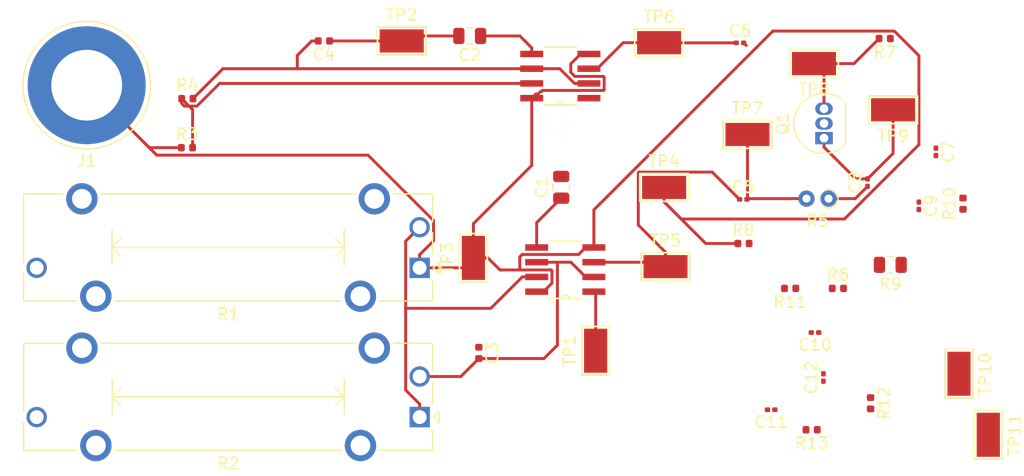
<source format=kicad_pcb>
(kicad_pcb (version 20171130) (host pcbnew "(5.1.2-1)-1")

  (general
    (thickness 1.6)
    (drawings 0)
    (tracks 141)
    (zones 0)
    (modules 40)
    (nets 19)
  )

  (page A4)
  (layers
    (0 F.Cu signal)
    (31 B.Cu signal)
    (32 B.Adhes user)
    (33 F.Adhes user)
    (34 B.Paste user)
    (35 F.Paste user)
    (36 B.SilkS user)
    (37 F.SilkS user)
    (38 B.Mask user)
    (39 F.Mask user)
    (40 Dwgs.User user)
    (41 Cmts.User user)
    (42 Eco1.User user)
    (43 Eco2.User user)
    (44 Edge.Cuts user)
    (45 Margin user)
    (46 B.CrtYd user)
    (47 F.CrtYd user)
    (48 B.Fab user)
    (49 F.Fab user)
  )

  (setup
    (last_trace_width 0.25)
    (trace_clearance 0.2)
    (zone_clearance 0.508)
    (zone_45_only no)
    (trace_min 0.2)
    (via_size 0.8)
    (via_drill 0.4)
    (via_min_size 0.4)
    (via_min_drill 0.3)
    (uvia_size 0.3)
    (uvia_drill 0.1)
    (uvias_allowed no)
    (uvia_min_size 0.2)
    (uvia_min_drill 0.1)
    (edge_width 0.05)
    (segment_width 0.2)
    (pcb_text_width 0.3)
    (pcb_text_size 1.5 1.5)
    (mod_edge_width 0.12)
    (mod_text_size 1 1)
    (mod_text_width 0.15)
    (pad_size 1.524 1.524)
    (pad_drill 0.762)
    (pad_to_mask_clearance 0.051)
    (solder_mask_min_width 0.25)
    (aux_axis_origin 0 0)
    (visible_elements FFFFFF7F)
    (pcbplotparams
      (layerselection 0x010fc_ffffffff)
      (usegerberextensions false)
      (usegerberattributes false)
      (usegerberadvancedattributes false)
      (creategerberjobfile false)
      (excludeedgelayer true)
      (linewidth 0.100000)
      (plotframeref false)
      (viasonmask false)
      (mode 1)
      (useauxorigin false)
      (hpglpennumber 1)
      (hpglpenspeed 20)
      (hpglpendiameter 15.000000)
      (psnegative false)
      (psa4output false)
      (plotreference true)
      (plotvalue true)
      (plotinvisibletext false)
      (padsonsilk false)
      (subtractmaskfromsilk false)
      (outputformat 1)
      (mirror false)
      (drillshape 1)
      (scaleselection 1)
      (outputdirectory ""))
  )

  (net 0 "")
  (net 1 GND)
  (net 2 /protect')
  (net 3 /protect)
  (net 4 /thr')
  (net 5 /thr)
  (net 6 "Net-(C5-Pad2)")
  (net 7 /var_oscillator)
  (net 8 /ref_oscillator)
  (net 9 "Net-(C7-Pad1)")
  (net 10 "Net-(C8-Pad2)")
  (net 11 "Net-(C9-Pad1)")
  (net 12 "Net-(C10-Pad1)")
  (net 13 "Net-(C11-Pad1)")
  (net 14 "Net-(C12-Pad1)")
  (net 15 +10V)
  (net 16 "Net-(Q1-Pad3)")
  (net 17 /dis')
  (net 18 /dis)

  (net_class Default "This is the default net class."
    (clearance 0.2)
    (trace_width 0.25)
    (via_dia 0.8)
    (via_drill 0.4)
    (uvia_dia 0.3)
    (uvia_drill 0.1)
    (add_net +10V)
    (add_net /dis)
    (add_net /dis')
    (add_net /protect)
    (add_net /protect')
    (add_net /ref_oscillator)
    (add_net /thr)
    (add_net /thr')
    (add_net /var_oscillator)
    (add_net GND)
    (add_net "Net-(C10-Pad1)")
    (add_net "Net-(C11-Pad1)")
    (add_net "Net-(C12-Pad1)")
    (add_net "Net-(C5-Pad2)")
    (add_net "Net-(C7-Pad1)")
    (add_net "Net-(C8-Pad2)")
    (add_net "Net-(C9-Pad1)")
    (add_net "Net-(Q1-Pad3)")
  )

  (module Potentiometer_THT:Potentiometer_Bourns_PTA2043_Single_Slide (layer F.Cu) (tedit 5B92F08E) (tstamp 5E404FA7)
    (at 194.02044 88.41232 180)
    (descr "Bourns single-gang slide potentiometer, 20.0mm travel, https://www.bourns.com/docs/Product-Datasheets/pta.pdf")
    (tags "Bourns single-gang slide potentiometer 20.0mm")
    (path /5E413236)
    (fp_text reference R1 (at 16.5 -4) (layer F.SilkS)
      (effects (font (size 1 1) (thickness 0.15)))
    )
    (fp_text value R_Variable (at 16.5 7.5) (layer F.Fab)
      (effects (font (size 1 1) (thickness 0.15)))
    )
    (fp_text user %R (at 16.5 1.75) (layer F.Fab)
      (effects (font (size 1 1) (thickness 0.15)))
    )
    (fp_line (start 34.5 -3.25) (end -1.5 -3.25) (layer F.CrtYd) (width 0.05))
    (fp_line (start 34.5 6.75) (end 34.5 -3.25) (layer F.CrtYd) (width 0.05))
    (fp_line (start -1.5 6.75) (end 34.5 6.75) (layer F.CrtYd) (width 0.05))
    (fp_line (start -1.5 -3.25) (end -1.5 6.75) (layer F.CrtYd) (width 0.05))
    (fp_line (start 26.5 1.75) (end 25.75 2.5) (layer F.SilkS) (width 0.12))
    (fp_line (start 25.75 1) (end 26.5 1.75) (layer F.SilkS) (width 0.12))
    (fp_line (start 26.5 0.25) (end 26.5 3.25) (layer F.SilkS) (width 0.12))
    (fp_line (start 6.5 1.75) (end 7.25 2.5) (layer F.SilkS) (width 0.12))
    (fp_line (start 7.25 1) (end 6.5 1.75) (layer F.SilkS) (width 0.12))
    (fp_line (start 6.5 0.25) (end 6.5 3.25) (layer F.SilkS) (width 0.12))
    (fp_line (start 6.5 1.75) (end 26.5 1.75) (layer F.SilkS) (width 0.12))
    (fp_line (start -1.675 0.5) (end -1.175 0) (layer F.SilkS) (width 0.12))
    (fp_line (start -1.675 -0.5) (end -1.675 0.5) (layer F.SilkS) (width 0.12))
    (fp_line (start -1.175 0) (end -1.675 -0.5) (layer F.SilkS) (width 0.12))
    (fp_line (start 34.12 0.456) (end 34.12 6.37) (layer F.SilkS) (width 0.12))
    (fp_line (start 34.12 -2.87) (end 34.12 -0.456) (layer F.SilkS) (width 0.12))
    (fp_line (start -1.12 3.956) (end -1.12 6.37) (layer F.SilkS) (width 0.12))
    (fp_line (start -1.12 1.175) (end -1.12 3.045) (layer F.SilkS) (width 0.12))
    (fp_line (start -1.12 -2.87) (end -1.12 -1.175) (layer F.SilkS) (width 0.12))
    (fp_line (start 30.736 6.37) (end 34.12 6.37) (layer F.SilkS) (width 0.12))
    (fp_line (start 5.536 6.37) (end 27.465 6.37) (layer F.SilkS) (width 0.12))
    (fp_line (start -1.12 6.37) (end 2.265 6.37) (layer F.SilkS) (width 0.12))
    (fp_line (start 29.536 -2.87) (end 34.12 -2.87) (layer F.SilkS) (width 0.12))
    (fp_line (start 6.736 -2.87) (end 26.265 -2.87) (layer F.SilkS) (width 0.12))
    (fp_line (start -1.12 -2.87) (end 3.465 -2.87) (layer F.SilkS) (width 0.12))
    (fp_line (start -1 -1.75) (end 0 -2.75) (layer F.Fab) (width 0.1))
    (fp_line (start -1 6.25) (end -1 -1.75) (layer F.Fab) (width 0.1))
    (fp_line (start 34 6.25) (end -1 6.25) (layer F.Fab) (width 0.1))
    (fp_line (start 34 -2.75) (end 34 6.25) (layer F.Fab) (width 0.1))
    (fp_line (start 0 -2.75) (end 34 -2.75) (layer F.Fab) (width 0.1))
    (fp_circle (center 32 1.75) (end 33 1.75) (layer F.Fab) (width 0.1))
    (fp_circle (center 1 1.75) (end 2 1.75) (layer F.Fab) (width 0.1))
    (pad MP thru_hole circle (at 29.1 5.95 180) (size 2.7 2.7) (drill 1.7) (layers *.Cu *.Mask))
    (pad MP thru_hole circle (at 3.9 5.95 180) (size 2.7 2.7) (drill 1.7) (layers *.Cu *.Mask))
    (pad MP thru_hole circle (at 27.9 -2.45 180) (size 2.7 2.7) (drill 1.7) (layers *.Cu *.Mask))
    (pad MP thru_hole circle (at 5.1 -2.45 180) (size 2.7 2.7) (drill 1.7) (layers *.Cu *.Mask))
    (pad 3 thru_hole circle (at 33 0 180) (size 1.75 1.75) (drill 1.2) (layers *.Cu *.Mask))
    (pad 2 thru_hole circle (at 0 3.5 180) (size 1.75 1.75) (drill 1.2) (layers *.Cu *.Mask)
      (net 17 /dis'))
    (pad 1 thru_hole rect (at 0 0 180) (size 1.75 1.75) (drill 1.2) (layers *.Cu *.Mask)
      (net 15 +10V))
    (model ${KISYS3DMOD}/Potentiometer_THT.3dshapes/Potentiometer_Bourns_PTA2043_Single_Slide.wrl
      (at (xyz 0 0 0))
      (scale (xyz 1 1 1))
      (rotate (xyz 0 0 0))
    )
  )

  (module fivefivefive:SOIC127P600X175-8N (layer F.Cu) (tedit 5E3FD01A) (tstamp 5E40D383)
    (at 206.1464 71.87184 180)
    (path /5E3FE536)
    (fp_text reference U2 (at 0.533435 -4.419875) (layer F.SilkS)
      (effects (font (size 1.640102 1.640102) (thickness 0.015)))
    )
    (fp_text value LM555 (at 0.254 3.556) (layer F.Fab)
      (effects (font (size 1.641598 1.641598) (thickness 0.015)))
    )
    (fp_arc (start 0 -2.4892) (end -0.3048 -2.4892) (angle -180) (layer F.SilkS) (width 0.1))
    (fp_line (start -0.3048 -2.4892) (end -1.3716 -2.4892) (layer F.SilkS) (width 0.1524))
    (fp_line (start 0.3048 -2.4892) (end -0.3048 -2.4892) (layer F.SilkS) (width 0.1524))
    (fp_line (start 1.3716 -2.4892) (end 0.3048 -2.4892) (layer F.SilkS) (width 0.1524))
    (fp_line (start -1.3716 2.4892) (end 1.3716 2.4892) (layer F.SilkS) (width 0.1524))
    (fp_arc (start 0 -2.4892) (end -0.3048 -2.4892) (angle -180) (layer F.Fab) (width 0.1))
    (fp_line (start -2.0066 -2.4892) (end -2.0066 2.4892) (layer F.Fab) (width 0.1524))
    (fp_line (start -0.3048 -2.4892) (end -2.0066 -2.4892) (layer F.Fab) (width 0.1524))
    (fp_line (start 0.3048 -2.4892) (end -0.3048 -2.4892) (layer F.Fab) (width 0.1524))
    (fp_line (start 2.0066 -2.4892) (end 0.3048 -2.4892) (layer F.Fab) (width 0.1524))
    (fp_line (start 2.0066 2.4892) (end 2.0066 -2.4892) (layer F.Fab) (width 0.1524))
    (fp_line (start -2.0066 2.4892) (end 2.0066 2.4892) (layer F.Fab) (width 0.1524))
    (fp_line (start 3.0988 -2.159) (end 2.0066 -2.159) (layer F.Fab) (width 0.1524))
    (fp_line (start 3.0988 -1.651) (end 3.0988 -2.159) (layer F.Fab) (width 0.1524))
    (fp_line (start 2.0066 -1.651) (end 3.0988 -1.651) (layer F.Fab) (width 0.1524))
    (fp_line (start 2.0066 -2.159) (end 2.0066 -1.651) (layer F.Fab) (width 0.1524))
    (fp_line (start 3.0988 -0.889) (end 2.0066 -0.889) (layer F.Fab) (width 0.1524))
    (fp_line (start 3.0988 -0.381) (end 3.0988 -0.889) (layer F.Fab) (width 0.1524))
    (fp_line (start 2.0066 -0.381) (end 3.0988 -0.381) (layer F.Fab) (width 0.1524))
    (fp_line (start 2.0066 -0.889) (end 2.0066 -0.381) (layer F.Fab) (width 0.1524))
    (fp_line (start 3.0988 0.381) (end 2.0066 0.381) (layer F.Fab) (width 0.1524))
    (fp_line (start 3.0988 0.889) (end 3.0988 0.381) (layer F.Fab) (width 0.1524))
    (fp_line (start 2.0066 0.889) (end 3.0988 0.889) (layer F.Fab) (width 0.1524))
    (fp_line (start 2.0066 0.381) (end 2.0066 0.889) (layer F.Fab) (width 0.1524))
    (fp_line (start 3.0988 1.651) (end 2.0066 1.651) (layer F.Fab) (width 0.1524))
    (fp_line (start 3.0988 2.159) (end 3.0988 1.651) (layer F.Fab) (width 0.1524))
    (fp_line (start 2.0066 2.159) (end 3.0988 2.159) (layer F.Fab) (width 0.1524))
    (fp_line (start 2.0066 1.651) (end 2.0066 2.159) (layer F.Fab) (width 0.1524))
    (fp_line (start -3.0988 2.159) (end -2.0066 2.159) (layer F.Fab) (width 0.1524))
    (fp_line (start -3.0988 1.651) (end -3.0988 2.159) (layer F.Fab) (width 0.1524))
    (fp_line (start -2.0066 1.651) (end -3.0988 1.651) (layer F.Fab) (width 0.1524))
    (fp_line (start -2.0066 2.159) (end -2.0066 1.651) (layer F.Fab) (width 0.1524))
    (fp_line (start -3.0988 0.889) (end -2.0066 0.889) (layer F.Fab) (width 0.1524))
    (fp_line (start -3.0988 0.381) (end -3.0988 0.889) (layer F.Fab) (width 0.1524))
    (fp_line (start -2.0066 0.381) (end -3.0988 0.381) (layer F.Fab) (width 0.1524))
    (fp_line (start -2.0066 0.889) (end -2.0066 0.381) (layer F.Fab) (width 0.1524))
    (fp_line (start -3.0988 -0.381) (end -2.0066 -0.381) (layer F.Fab) (width 0.1524))
    (fp_line (start -3.0988 -0.889) (end -3.0988 -0.381) (layer F.Fab) (width 0.1524))
    (fp_line (start -2.0066 -0.889) (end -3.0988 -0.889) (layer F.Fab) (width 0.1524))
    (fp_line (start -2.0066 -0.381) (end -2.0066 -0.889) (layer F.Fab) (width 0.1524))
    (fp_line (start -3.0988 -1.651) (end -2.0066 -1.651) (layer F.Fab) (width 0.1524))
    (fp_line (start -3.0988 -2.159) (end -3.0988 -1.651) (layer F.Fab) (width 0.1524))
    (fp_line (start -2.0066 -2.159) (end -3.0988 -2.159) (layer F.Fab) (width 0.1524))
    (fp_line (start -2.0066 -1.651) (end -2.0066 -2.159) (layer F.Fab) (width 0.1524))
    (pad 8 smd rect (at 2.4638 -1.905 180) (size 1.9812 0.5588) (layers F.Cu F.Paste F.Mask)
      (net 15 +10V))
    (pad 7 smd rect (at 2.4638 -0.635 180) (size 1.9812 0.5588) (layers F.Cu F.Paste F.Mask)
      (net 18 /dis))
    (pad 6 smd rect (at 2.4638 0.635 180) (size 1.9812 0.5588) (layers F.Cu F.Paste F.Mask)
      (net 5 /thr))
    (pad 5 smd rect (at 2.4638 1.905 180) (size 1.9812 0.5588) (layers F.Cu F.Paste F.Mask)
      (net 3 /protect))
    (pad 4 smd rect (at -2.4638 1.905 180) (size 1.9812 0.5588) (layers F.Cu F.Paste F.Mask)
      (net 15 +10V))
    (pad 3 smd rect (at -2.4638 0.635 180) (size 1.9812 0.5588) (layers F.Cu F.Paste F.Mask)
      (net 8 /ref_oscillator))
    (pad 2 smd rect (at -2.4638 -0.635 180) (size 1.9812 0.5588) (layers F.Cu F.Paste F.Mask)
      (net 5 /thr))
    (pad 1 smd rect (at -2.4638 -1.905 180) (size 1.9812 0.5588) (layers F.Cu F.Paste F.Mask)
      (net 1 GND))
  )

  (module fivefivefive:SOIC127P600X175-8N (layer F.Cu) (tedit 5E3FD01A) (tstamp 5E4013B7)
    (at 206.57312 88.56472 180)
    (path /5E419BC4)
    (fp_text reference U1 (at 0.533435 -4.419875) (layer F.SilkS)
      (effects (font (size 1.640102 1.640102) (thickness 0.015)))
    )
    (fp_text value LM555 (at 0.254 3.81) (layer F.Fab)
      (effects (font (size 1.641598 1.641598) (thickness 0.015)))
    )
    (fp_arc (start 0 -2.4892) (end -0.3048 -2.4892) (angle -180) (layer F.SilkS) (width 0.1))
    (fp_line (start -0.3048 -2.4892) (end -1.3716 -2.4892) (layer F.SilkS) (width 0.1524))
    (fp_line (start 0.3048 -2.4892) (end -0.3048 -2.4892) (layer F.SilkS) (width 0.1524))
    (fp_line (start 1.3716 -2.4892) (end 0.3048 -2.4892) (layer F.SilkS) (width 0.1524))
    (fp_line (start -1.3716 2.4892) (end 1.3716 2.4892) (layer F.SilkS) (width 0.1524))
    (fp_arc (start 0 -2.4892) (end -0.3048 -2.4892) (angle -180) (layer F.Fab) (width 0.1))
    (fp_line (start -2.0066 -2.4892) (end -2.0066 2.4892) (layer F.Fab) (width 0.1524))
    (fp_line (start -0.3048 -2.4892) (end -2.0066 -2.4892) (layer F.Fab) (width 0.1524))
    (fp_line (start 0.3048 -2.4892) (end -0.3048 -2.4892) (layer F.Fab) (width 0.1524))
    (fp_line (start 2.0066 -2.4892) (end 0.3048 -2.4892) (layer F.Fab) (width 0.1524))
    (fp_line (start 2.0066 2.4892) (end 2.0066 -2.4892) (layer F.Fab) (width 0.1524))
    (fp_line (start -2.0066 2.4892) (end 2.0066 2.4892) (layer F.Fab) (width 0.1524))
    (fp_line (start 3.0988 -2.159) (end 2.0066 -2.159) (layer F.Fab) (width 0.1524))
    (fp_line (start 3.0988 -1.651) (end 3.0988 -2.159) (layer F.Fab) (width 0.1524))
    (fp_line (start 2.0066 -1.651) (end 3.0988 -1.651) (layer F.Fab) (width 0.1524))
    (fp_line (start 2.0066 -2.159) (end 2.0066 -1.651) (layer F.Fab) (width 0.1524))
    (fp_line (start 3.0988 -0.889) (end 2.0066 -0.889) (layer F.Fab) (width 0.1524))
    (fp_line (start 3.0988 -0.381) (end 3.0988 -0.889) (layer F.Fab) (width 0.1524))
    (fp_line (start 2.0066 -0.381) (end 3.0988 -0.381) (layer F.Fab) (width 0.1524))
    (fp_line (start 2.0066 -0.889) (end 2.0066 -0.381) (layer F.Fab) (width 0.1524))
    (fp_line (start 3.0988 0.381) (end 2.0066 0.381) (layer F.Fab) (width 0.1524))
    (fp_line (start 3.0988 0.889) (end 3.0988 0.381) (layer F.Fab) (width 0.1524))
    (fp_line (start 2.0066 0.889) (end 3.0988 0.889) (layer F.Fab) (width 0.1524))
    (fp_line (start 2.0066 0.381) (end 2.0066 0.889) (layer F.Fab) (width 0.1524))
    (fp_line (start 3.0988 1.651) (end 2.0066 1.651) (layer F.Fab) (width 0.1524))
    (fp_line (start 3.0988 2.159) (end 3.0988 1.651) (layer F.Fab) (width 0.1524))
    (fp_line (start 2.0066 2.159) (end 3.0988 2.159) (layer F.Fab) (width 0.1524))
    (fp_line (start 2.0066 1.651) (end 2.0066 2.159) (layer F.Fab) (width 0.1524))
    (fp_line (start -3.0988 2.159) (end -2.0066 2.159) (layer F.Fab) (width 0.1524))
    (fp_line (start -3.0988 1.651) (end -3.0988 2.159) (layer F.Fab) (width 0.1524))
    (fp_line (start -2.0066 1.651) (end -3.0988 1.651) (layer F.Fab) (width 0.1524))
    (fp_line (start -2.0066 2.159) (end -2.0066 1.651) (layer F.Fab) (width 0.1524))
    (fp_line (start -3.0988 0.889) (end -2.0066 0.889) (layer F.Fab) (width 0.1524))
    (fp_line (start -3.0988 0.381) (end -3.0988 0.889) (layer F.Fab) (width 0.1524))
    (fp_line (start -2.0066 0.381) (end -3.0988 0.381) (layer F.Fab) (width 0.1524))
    (fp_line (start -2.0066 0.889) (end -2.0066 0.381) (layer F.Fab) (width 0.1524))
    (fp_line (start -3.0988 -0.381) (end -2.0066 -0.381) (layer F.Fab) (width 0.1524))
    (fp_line (start -3.0988 -0.889) (end -3.0988 -0.381) (layer F.Fab) (width 0.1524))
    (fp_line (start -2.0066 -0.889) (end -3.0988 -0.889) (layer F.Fab) (width 0.1524))
    (fp_line (start -2.0066 -0.381) (end -2.0066 -0.889) (layer F.Fab) (width 0.1524))
    (fp_line (start -3.0988 -1.651) (end -2.0066 -1.651) (layer F.Fab) (width 0.1524))
    (fp_line (start -3.0988 -2.159) (end -3.0988 -1.651) (layer F.Fab) (width 0.1524))
    (fp_line (start -2.0066 -2.159) (end -3.0988 -2.159) (layer F.Fab) (width 0.1524))
    (fp_line (start -2.0066 -1.651) (end -2.0066 -2.159) (layer F.Fab) (width 0.1524))
    (pad 8 smd rect (at 2.4638 -1.905 180) (size 1.9812 0.5588) (layers F.Cu F.Paste F.Mask)
      (net 15 +10V))
    (pad 7 smd rect (at 2.4638 -0.635 180) (size 1.9812 0.5588) (layers F.Cu F.Paste F.Mask)
      (net 17 /dis'))
    (pad 6 smd rect (at 2.4638 0.635 180) (size 1.9812 0.5588) (layers F.Cu F.Paste F.Mask)
      (net 4 /thr'))
    (pad 5 smd rect (at 2.4638 1.905 180) (size 1.9812 0.5588) (layers F.Cu F.Paste F.Mask)
      (net 2 /protect'))
    (pad 4 smd rect (at -2.4638 1.905 180) (size 1.9812 0.5588) (layers F.Cu F.Paste F.Mask)
      (net 15 +10V))
    (pad 3 smd rect (at -2.4638 0.635 180) (size 1.9812 0.5588) (layers F.Cu F.Paste F.Mask)
      (net 7 /var_oscillator))
    (pad 2 smd rect (at -2.4638 -0.635 180) (size 1.9812 0.5588) (layers F.Cu F.Paste F.Mask)
      (net 4 /thr'))
    (pad 1 smd rect (at -2.4638 -1.905 180) (size 1.9812 0.5588) (layers F.Cu F.Paste F.Mask)
      (net 1 GND))
  )

  (module TestPoint:TestPoint_Keystone_5019_Minature (layer F.Cu) (tedit 5A0F774F) (tstamp 5E412A73)
    (at 243.0272 102.81666 270)
    (descr "SMT Test Point- Micro Miniature 5019, http://www.keyelco.com/product-pdf.cfm?p=1357")
    (tags "Test Point")
    (path /5E408E53)
    (attr smd)
    (fp_text reference TP11 (at 0 -2.25 90) (layer F.SilkS)
      (effects (font (size 1 1) (thickness 0.15)))
    )
    (fp_text value TestPoint (at 0 2.25 90) (layer F.Fab)
      (effects (font (size 1 1) (thickness 0.15)))
    )
    (fp_line (start -2.1 1.2) (end -2.1 -1.2) (layer F.SilkS) (width 0.15))
    (fp_line (start 2.1 1.2) (end -2.1 1.2) (layer F.SilkS) (width 0.15))
    (fp_line (start 2.1 -1.2) (end 2.1 1.2) (layer F.SilkS) (width 0.15))
    (fp_line (start -2.1 -1.2) (end 2.1 -1.2) (layer F.SilkS) (width 0.15))
    (fp_line (start -2.35 1.45) (end -2.35 -1.45) (layer F.CrtYd) (width 0.05))
    (fp_line (start 2.35 1.45) (end -2.35 1.45) (layer F.CrtYd) (width 0.05))
    (fp_line (start 2.35 -1.45) (end 2.35 1.45) (layer F.CrtYd) (width 0.05))
    (fp_line (start -2.35 -1.45) (end 2.35 -1.45) (layer F.CrtYd) (width 0.05))
    (fp_line (start 1.25 -0.5) (end 1.25 -1) (layer F.Fab) (width 0.15))
    (fp_line (start 1.75 -0.5) (end 1.25 -0.5) (layer F.Fab) (width 0.15))
    (fp_line (start 1.9 0.5) (end 1.9 -0.5) (layer F.Fab) (width 0.15))
    (fp_line (start 1.25 0.5) (end 1.75 0.5) (layer F.Fab) (width 0.15))
    (fp_line (start 1.25 1) (end 1.25 0.5) (layer F.Fab) (width 0.15))
    (fp_line (start -1.25 1) (end 1.25 1) (layer F.Fab) (width 0.15))
    (fp_line (start -1.25 0.5) (end -1.25 1) (layer F.Fab) (width 0.15))
    (fp_line (start -1.75 0.5) (end -1.25 0.5) (layer F.Fab) (width 0.15))
    (fp_line (start -1.9 -0.5) (end -1.9 0.5) (layer F.Fab) (width 0.15))
    (fp_line (start -1.25 -0.5) (end -1.75 -0.5) (layer F.Fab) (width 0.15))
    (fp_line (start -1.25 -1) (end -1.25 -0.5) (layer F.Fab) (width 0.15))
    (fp_line (start 1.25 -1) (end -1.25 -1) (layer F.Fab) (width 0.15))
    (fp_line (start 1.9 0.5) (end -1.9 0.5) (layer F.Fab) (width 0.15))
    (fp_line (start -1.9 -0.5) (end 1.9 -0.5) (layer F.Fab) (width 0.15))
    (fp_line (start 0 -1) (end 0 -0.5) (layer F.Fab) (width 0.15))
    (fp_line (start 0 0.5) (end 0 1) (layer F.Fab) (width 0.15))
    (fp_text user %R (at 0 0 90) (layer F.Fab)
      (effects (font (size 0.9 0.9) (thickness 0.135)))
    )
    (pad 1 smd rect (at 0 0 270) (size 3.8 2) (layers F.Cu F.Paste F.Mask)
      (net 14 "Net-(C12-Pad1)"))
    (model ${KISYS3DMOD}/TestPoint.3dshapes/TestPoint_Keystone_5019_Minature.wrl
      (at (xyz 0 0 0))
      (scale (xyz 1 1 1))
      (rotate (xyz 0 0 0))
    )
  )

  (module TestPoint:TestPoint_Keystone_5019_Minature (layer F.Cu) (tedit 5A0F774F) (tstamp 5E401361)
    (at 240.50244 97.55378 270)
    (descr "SMT Test Point- Micro Miniature 5019, http://www.keyelco.com/product-pdf.cfm?p=1357")
    (tags "Test Point")
    (path /5E405B3F)
    (attr smd)
    (fp_text reference TP10 (at 0 -2.25 90) (layer F.SilkS)
      (effects (font (size 1 1) (thickness 0.15)))
    )
    (fp_text value TestPoint (at 0 2.25 90) (layer F.Fab)
      (effects (font (size 1 1) (thickness 0.15)))
    )
    (fp_line (start -2.1 1.2) (end -2.1 -1.2) (layer F.SilkS) (width 0.15))
    (fp_line (start 2.1 1.2) (end -2.1 1.2) (layer F.SilkS) (width 0.15))
    (fp_line (start 2.1 -1.2) (end 2.1 1.2) (layer F.SilkS) (width 0.15))
    (fp_line (start -2.1 -1.2) (end 2.1 -1.2) (layer F.SilkS) (width 0.15))
    (fp_line (start -2.35 1.45) (end -2.35 -1.45) (layer F.CrtYd) (width 0.05))
    (fp_line (start 2.35 1.45) (end -2.35 1.45) (layer F.CrtYd) (width 0.05))
    (fp_line (start 2.35 -1.45) (end 2.35 1.45) (layer F.CrtYd) (width 0.05))
    (fp_line (start -2.35 -1.45) (end 2.35 -1.45) (layer F.CrtYd) (width 0.05))
    (fp_line (start 1.25 -0.5) (end 1.25 -1) (layer F.Fab) (width 0.15))
    (fp_line (start 1.75 -0.5) (end 1.25 -0.5) (layer F.Fab) (width 0.15))
    (fp_line (start 1.9 0.5) (end 1.9 -0.5) (layer F.Fab) (width 0.15))
    (fp_line (start 1.25 0.5) (end 1.75 0.5) (layer F.Fab) (width 0.15))
    (fp_line (start 1.25 1) (end 1.25 0.5) (layer F.Fab) (width 0.15))
    (fp_line (start -1.25 1) (end 1.25 1) (layer F.Fab) (width 0.15))
    (fp_line (start -1.25 0.5) (end -1.25 1) (layer F.Fab) (width 0.15))
    (fp_line (start -1.75 0.5) (end -1.25 0.5) (layer F.Fab) (width 0.15))
    (fp_line (start -1.9 -0.5) (end -1.9 0.5) (layer F.Fab) (width 0.15))
    (fp_line (start -1.25 -0.5) (end -1.75 -0.5) (layer F.Fab) (width 0.15))
    (fp_line (start -1.25 -1) (end -1.25 -0.5) (layer F.Fab) (width 0.15))
    (fp_line (start 1.25 -1) (end -1.25 -1) (layer F.Fab) (width 0.15))
    (fp_line (start 1.9 0.5) (end -1.9 0.5) (layer F.Fab) (width 0.15))
    (fp_line (start -1.9 -0.5) (end 1.9 -0.5) (layer F.Fab) (width 0.15))
    (fp_line (start 0 -1) (end 0 -0.5) (layer F.Fab) (width 0.15))
    (fp_line (start 0 0.5) (end 0 1) (layer F.Fab) (width 0.15))
    (fp_text user %R (at 0 0 90) (layer F.Fab)
      (effects (font (size 0.9 0.9) (thickness 0.135)))
    )
    (pad 1 smd rect (at 0 0 270) (size 3.8 2) (layers F.Cu F.Paste F.Mask)
      (net 12 "Net-(C10-Pad1)"))
    (model ${KISYS3DMOD}/TestPoint.3dshapes/TestPoint_Keystone_5019_Minature.wrl
      (at (xyz 0 0 0))
      (scale (xyz 1 1 1))
      (rotate (xyz 0 0 0))
    )
  )

  (module TestPoint:TestPoint_Keystone_5019_Minature (layer F.Cu) (tedit 5A0F774F) (tstamp 5E4105CE)
    (at 234.823 74.78268 180)
    (descr "SMT Test Point- Micro Miniature 5019, http://www.keyelco.com/product-pdf.cfm?p=1357")
    (tags "Test Point")
    (path /5E40262A)
    (attr smd)
    (fp_text reference TP9 (at 0 -2.25) (layer F.SilkS)
      (effects (font (size 1 1) (thickness 0.15)))
    )
    (fp_text value TestPoint (at 0 2.25) (layer F.Fab)
      (effects (font (size 1 1) (thickness 0.15)))
    )
    (fp_line (start -2.1 1.2) (end -2.1 -1.2) (layer F.SilkS) (width 0.15))
    (fp_line (start 2.1 1.2) (end -2.1 1.2) (layer F.SilkS) (width 0.15))
    (fp_line (start 2.1 -1.2) (end 2.1 1.2) (layer F.SilkS) (width 0.15))
    (fp_line (start -2.1 -1.2) (end 2.1 -1.2) (layer F.SilkS) (width 0.15))
    (fp_line (start -2.35 1.45) (end -2.35 -1.45) (layer F.CrtYd) (width 0.05))
    (fp_line (start 2.35 1.45) (end -2.35 1.45) (layer F.CrtYd) (width 0.05))
    (fp_line (start 2.35 -1.45) (end 2.35 1.45) (layer F.CrtYd) (width 0.05))
    (fp_line (start -2.35 -1.45) (end 2.35 -1.45) (layer F.CrtYd) (width 0.05))
    (fp_line (start 1.25 -0.5) (end 1.25 -1) (layer F.Fab) (width 0.15))
    (fp_line (start 1.75 -0.5) (end 1.25 -0.5) (layer F.Fab) (width 0.15))
    (fp_line (start 1.9 0.5) (end 1.9 -0.5) (layer F.Fab) (width 0.15))
    (fp_line (start 1.25 0.5) (end 1.75 0.5) (layer F.Fab) (width 0.15))
    (fp_line (start 1.25 1) (end 1.25 0.5) (layer F.Fab) (width 0.15))
    (fp_line (start -1.25 1) (end 1.25 1) (layer F.Fab) (width 0.15))
    (fp_line (start -1.25 0.5) (end -1.25 1) (layer F.Fab) (width 0.15))
    (fp_line (start -1.75 0.5) (end -1.25 0.5) (layer F.Fab) (width 0.15))
    (fp_line (start -1.9 -0.5) (end -1.9 0.5) (layer F.Fab) (width 0.15))
    (fp_line (start -1.25 -0.5) (end -1.75 -0.5) (layer F.Fab) (width 0.15))
    (fp_line (start -1.25 -1) (end -1.25 -0.5) (layer F.Fab) (width 0.15))
    (fp_line (start 1.25 -1) (end -1.25 -1) (layer F.Fab) (width 0.15))
    (fp_line (start 1.9 0.5) (end -1.9 0.5) (layer F.Fab) (width 0.15))
    (fp_line (start -1.9 -0.5) (end 1.9 -0.5) (layer F.Fab) (width 0.15))
    (fp_line (start 0 -1) (end 0 -0.5) (layer F.Fab) (width 0.15))
    (fp_line (start 0 0.5) (end 0 1) (layer F.Fab) (width 0.15))
    (fp_text user %R (at 0 0) (layer F.Fab)
      (effects (font (size 0.9 0.9) (thickness 0.135)))
    )
    (pad 1 smd rect (at 0 0 180) (size 3.8 2) (layers F.Cu F.Paste F.Mask)
      (net 10 "Net-(C8-Pad2)"))
    (model ${KISYS3DMOD}/TestPoint.3dshapes/TestPoint_Keystone_5019_Minature.wrl
      (at (xyz 0 0 0))
      (scale (xyz 1 1 1))
      (rotate (xyz 0 0 0))
    )
  )

  (module TestPoint:TestPoint_Keystone_5019_Minature (layer F.Cu) (tedit 5A0F774F) (tstamp 5E4106B8)
    (at 228.00564 70.79488 180)
    (descr "SMT Test Point- Micro Miniature 5019, http://www.keyelco.com/product-pdf.cfm?p=1357")
    (tags "Test Point")
    (path /5E4031D9)
    (attr smd)
    (fp_text reference TP8 (at 0 -2.25) (layer F.SilkS)
      (effects (font (size 1 1) (thickness 0.15)))
    )
    (fp_text value TestPoint (at 0 2.25) (layer F.Fab)
      (effects (font (size 1 1) (thickness 0.15)))
    )
    (fp_line (start -2.1 1.2) (end -2.1 -1.2) (layer F.SilkS) (width 0.15))
    (fp_line (start 2.1 1.2) (end -2.1 1.2) (layer F.SilkS) (width 0.15))
    (fp_line (start 2.1 -1.2) (end 2.1 1.2) (layer F.SilkS) (width 0.15))
    (fp_line (start -2.1 -1.2) (end 2.1 -1.2) (layer F.SilkS) (width 0.15))
    (fp_line (start -2.35 1.45) (end -2.35 -1.45) (layer F.CrtYd) (width 0.05))
    (fp_line (start 2.35 1.45) (end -2.35 1.45) (layer F.CrtYd) (width 0.05))
    (fp_line (start 2.35 -1.45) (end 2.35 1.45) (layer F.CrtYd) (width 0.05))
    (fp_line (start -2.35 -1.45) (end 2.35 -1.45) (layer F.CrtYd) (width 0.05))
    (fp_line (start 1.25 -0.5) (end 1.25 -1) (layer F.Fab) (width 0.15))
    (fp_line (start 1.75 -0.5) (end 1.25 -0.5) (layer F.Fab) (width 0.15))
    (fp_line (start 1.9 0.5) (end 1.9 -0.5) (layer F.Fab) (width 0.15))
    (fp_line (start 1.25 0.5) (end 1.75 0.5) (layer F.Fab) (width 0.15))
    (fp_line (start 1.25 1) (end 1.25 0.5) (layer F.Fab) (width 0.15))
    (fp_line (start -1.25 1) (end 1.25 1) (layer F.Fab) (width 0.15))
    (fp_line (start -1.25 0.5) (end -1.25 1) (layer F.Fab) (width 0.15))
    (fp_line (start -1.75 0.5) (end -1.25 0.5) (layer F.Fab) (width 0.15))
    (fp_line (start -1.9 -0.5) (end -1.9 0.5) (layer F.Fab) (width 0.15))
    (fp_line (start -1.25 -0.5) (end -1.75 -0.5) (layer F.Fab) (width 0.15))
    (fp_line (start -1.25 -1) (end -1.25 -0.5) (layer F.Fab) (width 0.15))
    (fp_line (start 1.25 -1) (end -1.25 -1) (layer F.Fab) (width 0.15))
    (fp_line (start 1.9 0.5) (end -1.9 0.5) (layer F.Fab) (width 0.15))
    (fp_line (start -1.9 -0.5) (end 1.9 -0.5) (layer F.Fab) (width 0.15))
    (fp_line (start 0 -1) (end 0 -0.5) (layer F.Fab) (width 0.15))
    (fp_line (start 0 0.5) (end 0 1) (layer F.Fab) (width 0.15))
    (fp_text user %R (at 0 0) (layer F.Fab)
      (effects (font (size 0.9 0.9) (thickness 0.135)))
    )
    (pad 1 smd rect (at 0 0 180) (size 3.8 2) (layers F.Cu F.Paste F.Mask)
      (net 16 "Net-(Q1-Pad3)"))
    (model ${KISYS3DMOD}/TestPoint.3dshapes/TestPoint_Keystone_5019_Minature.wrl
      (at (xyz 0 0 0))
      (scale (xyz 1 1 1))
      (rotate (xyz 0 0 0))
    )
  )

  (module TestPoint:TestPoint_Keystone_5019_Minature (layer F.Cu) (tedit 5A0F774F) (tstamp 5E411E6D)
    (at 222.2754 76.9112)
    (descr "SMT Test Point- Micro Miniature 5019, http://www.keyelco.com/product-pdf.cfm?p=1357")
    (tags "Test Point")
    (path /5E404B16)
    (attr smd)
    (fp_text reference TP7 (at 0 -2.25) (layer F.SilkS)
      (effects (font (size 1 1) (thickness 0.15)))
    )
    (fp_text value TestPoint (at 0 2.25) (layer F.Fab)
      (effects (font (size 1 1) (thickness 0.15)))
    )
    (fp_line (start -2.1 1.2) (end -2.1 -1.2) (layer F.SilkS) (width 0.15))
    (fp_line (start 2.1 1.2) (end -2.1 1.2) (layer F.SilkS) (width 0.15))
    (fp_line (start 2.1 -1.2) (end 2.1 1.2) (layer F.SilkS) (width 0.15))
    (fp_line (start -2.1 -1.2) (end 2.1 -1.2) (layer F.SilkS) (width 0.15))
    (fp_line (start -2.35 1.45) (end -2.35 -1.45) (layer F.CrtYd) (width 0.05))
    (fp_line (start 2.35 1.45) (end -2.35 1.45) (layer F.CrtYd) (width 0.05))
    (fp_line (start 2.35 -1.45) (end 2.35 1.45) (layer F.CrtYd) (width 0.05))
    (fp_line (start -2.35 -1.45) (end 2.35 -1.45) (layer F.CrtYd) (width 0.05))
    (fp_line (start 1.25 -0.5) (end 1.25 -1) (layer F.Fab) (width 0.15))
    (fp_line (start 1.75 -0.5) (end 1.25 -0.5) (layer F.Fab) (width 0.15))
    (fp_line (start 1.9 0.5) (end 1.9 -0.5) (layer F.Fab) (width 0.15))
    (fp_line (start 1.25 0.5) (end 1.75 0.5) (layer F.Fab) (width 0.15))
    (fp_line (start 1.25 1) (end 1.25 0.5) (layer F.Fab) (width 0.15))
    (fp_line (start -1.25 1) (end 1.25 1) (layer F.Fab) (width 0.15))
    (fp_line (start -1.25 0.5) (end -1.25 1) (layer F.Fab) (width 0.15))
    (fp_line (start -1.75 0.5) (end -1.25 0.5) (layer F.Fab) (width 0.15))
    (fp_line (start -1.9 -0.5) (end -1.9 0.5) (layer F.Fab) (width 0.15))
    (fp_line (start -1.25 -0.5) (end -1.75 -0.5) (layer F.Fab) (width 0.15))
    (fp_line (start -1.25 -1) (end -1.25 -0.5) (layer F.Fab) (width 0.15))
    (fp_line (start 1.25 -1) (end -1.25 -1) (layer F.Fab) (width 0.15))
    (fp_line (start 1.9 0.5) (end -1.9 0.5) (layer F.Fab) (width 0.15))
    (fp_line (start -1.9 -0.5) (end 1.9 -0.5) (layer F.Fab) (width 0.15))
    (fp_line (start 0 -1) (end 0 -0.5) (layer F.Fab) (width 0.15))
    (fp_line (start 0 0.5) (end 0 1) (layer F.Fab) (width 0.15))
    (fp_text user %R (at 0 0 90) (layer F.Fab)
      (effects (font (size 0.9 0.9) (thickness 0.135)))
    )
    (pad 1 smd rect (at 0 0) (size 3.8 2) (layers F.Cu F.Paste F.Mask)
      (net 6 "Net-(C5-Pad2)"))
    (model ${KISYS3DMOD}/TestPoint.3dshapes/TestPoint_Keystone_5019_Minature.wrl
      (at (xyz 0 0 0))
      (scale (xyz 1 1 1))
      (rotate (xyz 0 0 0))
    )
  )

  (module TestPoint:TestPoint_Keystone_5019_Minature (layer F.Cu) (tedit 5A0F774F) (tstamp 5E40F099)
    (at 214.66048 68.99148)
    (descr "SMT Test Point- Micro Miniature 5019, http://www.keyelco.com/product-pdf.cfm?p=1357")
    (tags "Test Point")
    (path /5E3FF58C)
    (attr smd)
    (fp_text reference TP6 (at 0 -2.25) (layer F.SilkS)
      (effects (font (size 1 1) (thickness 0.15)))
    )
    (fp_text value TestPoint (at 0 2.25) (layer F.Fab)
      (effects (font (size 1 1) (thickness 0.15)))
    )
    (fp_line (start -2.1 1.2) (end -2.1 -1.2) (layer F.SilkS) (width 0.15))
    (fp_line (start 2.1 1.2) (end -2.1 1.2) (layer F.SilkS) (width 0.15))
    (fp_line (start 2.1 -1.2) (end 2.1 1.2) (layer F.SilkS) (width 0.15))
    (fp_line (start -2.1 -1.2) (end 2.1 -1.2) (layer F.SilkS) (width 0.15))
    (fp_line (start -2.35 1.45) (end -2.35 -1.45) (layer F.CrtYd) (width 0.05))
    (fp_line (start 2.35 1.45) (end -2.35 1.45) (layer F.CrtYd) (width 0.05))
    (fp_line (start 2.35 -1.45) (end 2.35 1.45) (layer F.CrtYd) (width 0.05))
    (fp_line (start -2.35 -1.45) (end 2.35 -1.45) (layer F.CrtYd) (width 0.05))
    (fp_line (start 1.25 -0.5) (end 1.25 -1) (layer F.Fab) (width 0.15))
    (fp_line (start 1.75 -0.5) (end 1.25 -0.5) (layer F.Fab) (width 0.15))
    (fp_line (start 1.9 0.5) (end 1.9 -0.5) (layer F.Fab) (width 0.15))
    (fp_line (start 1.25 0.5) (end 1.75 0.5) (layer F.Fab) (width 0.15))
    (fp_line (start 1.25 1) (end 1.25 0.5) (layer F.Fab) (width 0.15))
    (fp_line (start -1.25 1) (end 1.25 1) (layer F.Fab) (width 0.15))
    (fp_line (start -1.25 0.5) (end -1.25 1) (layer F.Fab) (width 0.15))
    (fp_line (start -1.75 0.5) (end -1.25 0.5) (layer F.Fab) (width 0.15))
    (fp_line (start -1.9 -0.5) (end -1.9 0.5) (layer F.Fab) (width 0.15))
    (fp_line (start -1.25 -0.5) (end -1.75 -0.5) (layer F.Fab) (width 0.15))
    (fp_line (start -1.25 -1) (end -1.25 -0.5) (layer F.Fab) (width 0.15))
    (fp_line (start 1.25 -1) (end -1.25 -1) (layer F.Fab) (width 0.15))
    (fp_line (start 1.9 0.5) (end -1.9 0.5) (layer F.Fab) (width 0.15))
    (fp_line (start -1.9 -0.5) (end 1.9 -0.5) (layer F.Fab) (width 0.15))
    (fp_line (start 0 -1) (end 0 -0.5) (layer F.Fab) (width 0.15))
    (fp_line (start 0 0.5) (end 0 1) (layer F.Fab) (width 0.15))
    (fp_text user %R (at 0 0) (layer F.Fab)
      (effects (font (size 0.9 0.9) (thickness 0.135)))
    )
    (pad 1 smd rect (at 0 0) (size 3.8 2) (layers F.Cu F.Paste F.Mask)
      (net 8 /ref_oscillator))
    (model ${KISYS3DMOD}/TestPoint.3dshapes/TestPoint_Keystone_5019_Minature.wrl
      (at (xyz 0 0 0))
      (scale (xyz 1 1 1))
      (rotate (xyz 0 0 0))
    )
  )

  (module TestPoint:TestPoint_Keystone_5019_Minature (layer F.Cu) (tedit 5A0F774F) (tstamp 5E411718)
    (at 215.20912 88.31072)
    (descr "SMT Test Point- Micro Miniature 5019, http://www.keyelco.com/product-pdf.cfm?p=1357")
    (tags "Test Point")
    (path /5E3FE14C)
    (attr smd)
    (fp_text reference TP5 (at 0 -2.25) (layer F.SilkS)
      (effects (font (size 1 1) (thickness 0.15)))
    )
    (fp_text value TestPoint (at 0 2.25) (layer F.Fab)
      (effects (font (size 1 1) (thickness 0.15)))
    )
    (fp_line (start -2.1 1.2) (end -2.1 -1.2) (layer F.SilkS) (width 0.15))
    (fp_line (start 2.1 1.2) (end -2.1 1.2) (layer F.SilkS) (width 0.15))
    (fp_line (start 2.1 -1.2) (end 2.1 1.2) (layer F.SilkS) (width 0.15))
    (fp_line (start -2.1 -1.2) (end 2.1 -1.2) (layer F.SilkS) (width 0.15))
    (fp_line (start -2.35 1.45) (end -2.35 -1.45) (layer F.CrtYd) (width 0.05))
    (fp_line (start 2.35 1.45) (end -2.35 1.45) (layer F.CrtYd) (width 0.05))
    (fp_line (start 2.35 -1.45) (end 2.35 1.45) (layer F.CrtYd) (width 0.05))
    (fp_line (start -2.35 -1.45) (end 2.35 -1.45) (layer F.CrtYd) (width 0.05))
    (fp_line (start 1.25 -0.5) (end 1.25 -1) (layer F.Fab) (width 0.15))
    (fp_line (start 1.75 -0.5) (end 1.25 -0.5) (layer F.Fab) (width 0.15))
    (fp_line (start 1.9 0.5) (end 1.9 -0.5) (layer F.Fab) (width 0.15))
    (fp_line (start 1.25 0.5) (end 1.75 0.5) (layer F.Fab) (width 0.15))
    (fp_line (start 1.25 1) (end 1.25 0.5) (layer F.Fab) (width 0.15))
    (fp_line (start -1.25 1) (end 1.25 1) (layer F.Fab) (width 0.15))
    (fp_line (start -1.25 0.5) (end -1.25 1) (layer F.Fab) (width 0.15))
    (fp_line (start -1.75 0.5) (end -1.25 0.5) (layer F.Fab) (width 0.15))
    (fp_line (start -1.9 -0.5) (end -1.9 0.5) (layer F.Fab) (width 0.15))
    (fp_line (start -1.25 -0.5) (end -1.75 -0.5) (layer F.Fab) (width 0.15))
    (fp_line (start -1.25 -1) (end -1.25 -0.5) (layer F.Fab) (width 0.15))
    (fp_line (start 1.25 -1) (end -1.25 -1) (layer F.Fab) (width 0.15))
    (fp_line (start 1.9 0.5) (end -1.9 0.5) (layer F.Fab) (width 0.15))
    (fp_line (start -1.9 -0.5) (end 1.9 -0.5) (layer F.Fab) (width 0.15))
    (fp_line (start 0 -1) (end 0 -0.5) (layer F.Fab) (width 0.15))
    (fp_line (start 0 0.5) (end 0 1) (layer F.Fab) (width 0.15))
    (fp_text user %R (at 0 0) (layer F.Fab)
      (effects (font (size 0.9 0.9) (thickness 0.135)))
    )
    (pad 1 smd rect (at 0 0) (size 3.8 2) (layers F.Cu F.Paste F.Mask)
      (net 7 /var_oscillator))
    (model ${KISYS3DMOD}/TestPoint.3dshapes/TestPoint_Keystone_5019_Minature.wrl
      (at (xyz 0 0 0))
      (scale (xyz 1 1 1))
      (rotate (xyz 0 0 0))
    )
  )

  (module TestPoint:TestPoint_Keystone_5019_Minature (layer F.Cu) (tedit 5A0F774F) (tstamp 5E411AD4)
    (at 215.09228 81.48066)
    (descr "SMT Test Point- Micro Miniature 5019, http://www.keyelco.com/product-pdf.cfm?p=1357")
    (tags "Test Point")
    (path /5E3FE874)
    (attr smd)
    (fp_text reference TP4 (at 0 -2.25) (layer F.SilkS)
      (effects (font (size 1 1) (thickness 0.15)))
    )
    (fp_text value TestPoint (at 0 2.25) (layer F.Fab)
      (effects (font (size 1 1) (thickness 0.15)))
    )
    (fp_line (start -2.1 1.2) (end -2.1 -1.2) (layer F.SilkS) (width 0.15))
    (fp_line (start 2.1 1.2) (end -2.1 1.2) (layer F.SilkS) (width 0.15))
    (fp_line (start 2.1 -1.2) (end 2.1 1.2) (layer F.SilkS) (width 0.15))
    (fp_line (start -2.1 -1.2) (end 2.1 -1.2) (layer F.SilkS) (width 0.15))
    (fp_line (start -2.35 1.45) (end -2.35 -1.45) (layer F.CrtYd) (width 0.05))
    (fp_line (start 2.35 1.45) (end -2.35 1.45) (layer F.CrtYd) (width 0.05))
    (fp_line (start 2.35 -1.45) (end 2.35 1.45) (layer F.CrtYd) (width 0.05))
    (fp_line (start -2.35 -1.45) (end 2.35 -1.45) (layer F.CrtYd) (width 0.05))
    (fp_line (start 1.25 -0.5) (end 1.25 -1) (layer F.Fab) (width 0.15))
    (fp_line (start 1.75 -0.5) (end 1.25 -0.5) (layer F.Fab) (width 0.15))
    (fp_line (start 1.9 0.5) (end 1.9 -0.5) (layer F.Fab) (width 0.15))
    (fp_line (start 1.25 0.5) (end 1.75 0.5) (layer F.Fab) (width 0.15))
    (fp_line (start 1.25 1) (end 1.25 0.5) (layer F.Fab) (width 0.15))
    (fp_line (start -1.25 1) (end 1.25 1) (layer F.Fab) (width 0.15))
    (fp_line (start -1.25 0.5) (end -1.25 1) (layer F.Fab) (width 0.15))
    (fp_line (start -1.75 0.5) (end -1.25 0.5) (layer F.Fab) (width 0.15))
    (fp_line (start -1.9 -0.5) (end -1.9 0.5) (layer F.Fab) (width 0.15))
    (fp_line (start -1.25 -0.5) (end -1.75 -0.5) (layer F.Fab) (width 0.15))
    (fp_line (start -1.25 -1) (end -1.25 -0.5) (layer F.Fab) (width 0.15))
    (fp_line (start 1.25 -1) (end -1.25 -1) (layer F.Fab) (width 0.15))
    (fp_line (start 1.9 0.5) (end -1.9 0.5) (layer F.Fab) (width 0.15))
    (fp_line (start -1.9 -0.5) (end 1.9 -0.5) (layer F.Fab) (width 0.15))
    (fp_line (start 0 -1) (end 0 -0.5) (layer F.Fab) (width 0.15))
    (fp_line (start 0 0.5) (end 0 1) (layer F.Fab) (width 0.15))
    (fp_text user %R (at 0 0) (layer F.Fab)
      (effects (font (size 0.9 0.9) (thickness 0.135)))
    )
    (pad 1 smd rect (at 0 0) (size 3.8 2) (layers F.Cu F.Paste F.Mask)
      (net 15 +10V))
    (model ${KISYS3DMOD}/TestPoint.3dshapes/TestPoint_Keystone_5019_Minature.wrl
      (at (xyz 0 0 0))
      (scale (xyz 1 1 1))
      (rotate (xyz 0 0 0))
    )
  )

  (module TestPoint:TestPoint_Keystone_5019_Minature (layer F.Cu) (tedit 5A0F774F) (tstamp 5E40DFEA)
    (at 198.65848 87.55888 90)
    (descr "SMT Test Point- Micro Miniature 5019, http://www.keyelco.com/product-pdf.cfm?p=1357")
    (tags "Test Point")
    (path /5E3FCEAF)
    (attr smd)
    (fp_text reference TP3 (at 0 -2.25 90) (layer F.SilkS)
      (effects (font (size 1 1) (thickness 0.15)))
    )
    (fp_text value TestPoint (at 0 2.25 90) (layer F.Fab)
      (effects (font (size 1 1) (thickness 0.15)))
    )
    (fp_line (start -2.1 1.2) (end -2.1 -1.2) (layer F.SilkS) (width 0.15))
    (fp_line (start 2.1 1.2) (end -2.1 1.2) (layer F.SilkS) (width 0.15))
    (fp_line (start 2.1 -1.2) (end 2.1 1.2) (layer F.SilkS) (width 0.15))
    (fp_line (start -2.1 -1.2) (end 2.1 -1.2) (layer F.SilkS) (width 0.15))
    (fp_line (start -2.35 1.45) (end -2.35 -1.45) (layer F.CrtYd) (width 0.05))
    (fp_line (start 2.35 1.45) (end -2.35 1.45) (layer F.CrtYd) (width 0.05))
    (fp_line (start 2.35 -1.45) (end 2.35 1.45) (layer F.CrtYd) (width 0.05))
    (fp_line (start -2.35 -1.45) (end 2.35 -1.45) (layer F.CrtYd) (width 0.05))
    (fp_line (start 1.25 -0.5) (end 1.25 -1) (layer F.Fab) (width 0.15))
    (fp_line (start 1.75 -0.5) (end 1.25 -0.5) (layer F.Fab) (width 0.15))
    (fp_line (start 1.9 0.5) (end 1.9 -0.5) (layer F.Fab) (width 0.15))
    (fp_line (start 1.25 0.5) (end 1.75 0.5) (layer F.Fab) (width 0.15))
    (fp_line (start 1.25 1) (end 1.25 0.5) (layer F.Fab) (width 0.15))
    (fp_line (start -1.25 1) (end 1.25 1) (layer F.Fab) (width 0.15))
    (fp_line (start -1.25 0.5) (end -1.25 1) (layer F.Fab) (width 0.15))
    (fp_line (start -1.75 0.5) (end -1.25 0.5) (layer F.Fab) (width 0.15))
    (fp_line (start -1.9 -0.5) (end -1.9 0.5) (layer F.Fab) (width 0.15))
    (fp_line (start -1.25 -0.5) (end -1.75 -0.5) (layer F.Fab) (width 0.15))
    (fp_line (start -1.25 -1) (end -1.25 -0.5) (layer F.Fab) (width 0.15))
    (fp_line (start 1.25 -1) (end -1.25 -1) (layer F.Fab) (width 0.15))
    (fp_line (start 1.9 0.5) (end -1.9 0.5) (layer F.Fab) (width 0.15))
    (fp_line (start -1.9 -0.5) (end 1.9 -0.5) (layer F.Fab) (width 0.15))
    (fp_line (start 0 -1) (end 0 -0.5) (layer F.Fab) (width 0.15))
    (fp_line (start 0 0.5) (end 0 1) (layer F.Fab) (width 0.15))
    (fp_text user %R (at 0 0 90) (layer F.Fab)
      (effects (font (size 0.9 0.9) (thickness 0.135)))
    )
    (pad 1 smd rect (at 0 0 90) (size 3.8 2) (layers F.Cu F.Paste F.Mask)
      (net 15 +10V))
    (model ${KISYS3DMOD}/TestPoint.3dshapes/TestPoint_Keystone_5019_Minature.wrl
      (at (xyz 0 0 0))
      (scale (xyz 1 1 1))
      (rotate (xyz 0 0 0))
    )
  )

  (module TestPoint:TestPoint_Keystone_5019_Minature (layer F.Cu) (tedit 5A0F774F) (tstamp 5E40F36B)
    (at 192.4812 68.84416)
    (descr "SMT Test Point- Micro Miniature 5019, http://www.keyelco.com/product-pdf.cfm?p=1357")
    (tags "Test Point")
    (path /5E40111D)
    (attr smd)
    (fp_text reference TP2 (at 0 -2.25) (layer F.SilkS)
      (effects (font (size 1 1) (thickness 0.15)))
    )
    (fp_text value TestPoint (at 0 2.25) (layer F.Fab)
      (effects (font (size 1 1) (thickness 0.15)))
    )
    (fp_line (start -2.1 1.2) (end -2.1 -1.2) (layer F.SilkS) (width 0.15))
    (fp_line (start 2.1 1.2) (end -2.1 1.2) (layer F.SilkS) (width 0.15))
    (fp_line (start 2.1 -1.2) (end 2.1 1.2) (layer F.SilkS) (width 0.15))
    (fp_line (start -2.1 -1.2) (end 2.1 -1.2) (layer F.SilkS) (width 0.15))
    (fp_line (start -2.35 1.45) (end -2.35 -1.45) (layer F.CrtYd) (width 0.05))
    (fp_line (start 2.35 1.45) (end -2.35 1.45) (layer F.CrtYd) (width 0.05))
    (fp_line (start 2.35 -1.45) (end 2.35 1.45) (layer F.CrtYd) (width 0.05))
    (fp_line (start -2.35 -1.45) (end 2.35 -1.45) (layer F.CrtYd) (width 0.05))
    (fp_line (start 1.25 -0.5) (end 1.25 -1) (layer F.Fab) (width 0.15))
    (fp_line (start 1.75 -0.5) (end 1.25 -0.5) (layer F.Fab) (width 0.15))
    (fp_line (start 1.9 0.5) (end 1.9 -0.5) (layer F.Fab) (width 0.15))
    (fp_line (start 1.25 0.5) (end 1.75 0.5) (layer F.Fab) (width 0.15))
    (fp_line (start 1.25 1) (end 1.25 0.5) (layer F.Fab) (width 0.15))
    (fp_line (start -1.25 1) (end 1.25 1) (layer F.Fab) (width 0.15))
    (fp_line (start -1.25 0.5) (end -1.25 1) (layer F.Fab) (width 0.15))
    (fp_line (start -1.75 0.5) (end -1.25 0.5) (layer F.Fab) (width 0.15))
    (fp_line (start -1.9 -0.5) (end -1.9 0.5) (layer F.Fab) (width 0.15))
    (fp_line (start -1.25 -0.5) (end -1.75 -0.5) (layer F.Fab) (width 0.15))
    (fp_line (start -1.25 -1) (end -1.25 -0.5) (layer F.Fab) (width 0.15))
    (fp_line (start 1.25 -1) (end -1.25 -1) (layer F.Fab) (width 0.15))
    (fp_line (start 1.9 0.5) (end -1.9 0.5) (layer F.Fab) (width 0.15))
    (fp_line (start -1.9 -0.5) (end 1.9 -0.5) (layer F.Fab) (width 0.15))
    (fp_line (start 0 -1) (end 0 -0.5) (layer F.Fab) (width 0.15))
    (fp_line (start 0 0.5) (end 0 1) (layer F.Fab) (width 0.15))
    (fp_text user %R (at 0 0) (layer F.Fab)
      (effects (font (size 0.9 0.9) (thickness 0.135)))
    )
    (pad 1 smd rect (at 0 0) (size 3.8 2) (layers F.Cu F.Paste F.Mask)
      (net 1 GND))
    (model ${KISYS3DMOD}/TestPoint.3dshapes/TestPoint_Keystone_5019_Minature.wrl
      (at (xyz 0 0 0))
      (scale (xyz 1 1 1))
      (rotate (xyz 0 0 0))
    )
  )

  (module TestPoint:TestPoint_Keystone_5019_Minature (layer F.Cu) (tedit 5A0F774F) (tstamp 5E40DE8B)
    (at 209.19186 95.56496 90)
    (descr "SMT Test Point- Micro Miniature 5019, http://www.keyelco.com/product-pdf.cfm?p=1357")
    (tags "Test Point")
    (path /5E401DE7)
    (attr smd)
    (fp_text reference TP1 (at 0 -2.25 90) (layer F.SilkS)
      (effects (font (size 1 1) (thickness 0.15)))
    )
    (fp_text value TestPoint (at 0 2.25 90) (layer F.Fab)
      (effects (font (size 1 1) (thickness 0.15)))
    )
    (fp_line (start -2.1 1.2) (end -2.1 -1.2) (layer F.SilkS) (width 0.15))
    (fp_line (start 2.1 1.2) (end -2.1 1.2) (layer F.SilkS) (width 0.15))
    (fp_line (start 2.1 -1.2) (end 2.1 1.2) (layer F.SilkS) (width 0.15))
    (fp_line (start -2.1 -1.2) (end 2.1 -1.2) (layer F.SilkS) (width 0.15))
    (fp_line (start -2.35 1.45) (end -2.35 -1.45) (layer F.CrtYd) (width 0.05))
    (fp_line (start 2.35 1.45) (end -2.35 1.45) (layer F.CrtYd) (width 0.05))
    (fp_line (start 2.35 -1.45) (end 2.35 1.45) (layer F.CrtYd) (width 0.05))
    (fp_line (start -2.35 -1.45) (end 2.35 -1.45) (layer F.CrtYd) (width 0.05))
    (fp_line (start 1.25 -0.5) (end 1.25 -1) (layer F.Fab) (width 0.15))
    (fp_line (start 1.75 -0.5) (end 1.25 -0.5) (layer F.Fab) (width 0.15))
    (fp_line (start 1.9 0.5) (end 1.9 -0.5) (layer F.Fab) (width 0.15))
    (fp_line (start 1.25 0.5) (end 1.75 0.5) (layer F.Fab) (width 0.15))
    (fp_line (start 1.25 1) (end 1.25 0.5) (layer F.Fab) (width 0.15))
    (fp_line (start -1.25 1) (end 1.25 1) (layer F.Fab) (width 0.15))
    (fp_line (start -1.25 0.5) (end -1.25 1) (layer F.Fab) (width 0.15))
    (fp_line (start -1.75 0.5) (end -1.25 0.5) (layer F.Fab) (width 0.15))
    (fp_line (start -1.9 -0.5) (end -1.9 0.5) (layer F.Fab) (width 0.15))
    (fp_line (start -1.25 -0.5) (end -1.75 -0.5) (layer F.Fab) (width 0.15))
    (fp_line (start -1.25 -1) (end -1.25 -0.5) (layer F.Fab) (width 0.15))
    (fp_line (start 1.25 -1) (end -1.25 -1) (layer F.Fab) (width 0.15))
    (fp_line (start 1.9 0.5) (end -1.9 0.5) (layer F.Fab) (width 0.15))
    (fp_line (start -1.9 -0.5) (end 1.9 -0.5) (layer F.Fab) (width 0.15))
    (fp_line (start 0 -1) (end 0 -0.5) (layer F.Fab) (width 0.15))
    (fp_line (start 0 0.5) (end 0 1) (layer F.Fab) (width 0.15))
    (fp_text user %R (at 0 0) (layer F.Fab)
      (effects (font (size 0.9 0.9) (thickness 0.135)))
    )
    (pad 1 smd rect (at 0 0 90) (size 3.8 2) (layers F.Cu F.Paste F.Mask)
      (net 1 GND))
    (model ${KISYS3DMOD}/TestPoint.3dshapes/TestPoint_Keystone_5019_Minature.wrl
      (at (xyz 0 0 0))
      (scale (xyz 1 1 1))
      (rotate (xyz 0 0 0))
    )
  )

  (module Resistor_SMD:R_0402_1005Metric (layer F.Cu) (tedit 5B301BBD) (tstamp 5E401235)
    (at 227.80244 102.37978 180)
    (descr "Resistor SMD 0402 (1005 Metric), square (rectangular) end terminal, IPC_7351 nominal, (Body size source: http://www.tortai-tech.com/upload/download/2011102023233369053.pdf), generated with kicad-footprint-generator")
    (tags resistor)
    (path /5E44C2ED)
    (attr smd)
    (fp_text reference R13 (at 0 -1.17) (layer F.SilkS)
      (effects (font (size 1 1) (thickness 0.15)))
    )
    (fp_text value 1k (at 0 1.17) (layer F.Fab)
      (effects (font (size 1 1) (thickness 0.15)))
    )
    (fp_text user %R (at 0 0) (layer F.Fab)
      (effects (font (size 0.25 0.25) (thickness 0.04)))
    )
    (fp_line (start 0.93 0.47) (end -0.93 0.47) (layer F.CrtYd) (width 0.05))
    (fp_line (start 0.93 -0.47) (end 0.93 0.47) (layer F.CrtYd) (width 0.05))
    (fp_line (start -0.93 -0.47) (end 0.93 -0.47) (layer F.CrtYd) (width 0.05))
    (fp_line (start -0.93 0.47) (end -0.93 -0.47) (layer F.CrtYd) (width 0.05))
    (fp_line (start 0.5 0.25) (end -0.5 0.25) (layer F.Fab) (width 0.1))
    (fp_line (start 0.5 -0.25) (end 0.5 0.25) (layer F.Fab) (width 0.1))
    (fp_line (start -0.5 -0.25) (end 0.5 -0.25) (layer F.Fab) (width 0.1))
    (fp_line (start -0.5 0.25) (end -0.5 -0.25) (layer F.Fab) (width 0.1))
    (pad 2 smd roundrect (at 0.485 0 180) (size 0.59 0.64) (layers F.Cu F.Paste F.Mask) (roundrect_rratio 0.25)
      (net 13 "Net-(C11-Pad1)"))
    (pad 1 smd roundrect (at -0.485 0 180) (size 0.59 0.64) (layers F.Cu F.Paste F.Mask) (roundrect_rratio 0.25)
      (net 14 "Net-(C12-Pad1)"))
    (model ${KISYS3DMOD}/Resistor_SMD.3dshapes/R_0402_1005Metric.wrl
      (at (xyz 0 0 0))
      (scale (xyz 1 1 1))
      (rotate (xyz 0 0 0))
    )
  )

  (module Resistor_SMD:R_0402_1005Metric (layer F.Cu) (tedit 5B301BBD) (tstamp 5E401226)
    (at 232.88244 100.09378 270)
    (descr "Resistor SMD 0402 (1005 Metric), square (rectangular) end terminal, IPC_7351 nominal, (Body size source: http://www.tortai-tech.com/upload/download/2011102023233369053.pdf), generated with kicad-footprint-generator")
    (tags resistor)
    (path /5E44C2E5)
    (attr smd)
    (fp_text reference R12 (at 0 -1.17 90) (layer F.SilkS)
      (effects (font (size 1 1) (thickness 0.15)))
    )
    (fp_text value 1k (at 0 1.17 90) (layer F.Fab)
      (effects (font (size 1 1) (thickness 0.15)))
    )
    (fp_text user %R (at 0 0 90) (layer F.Fab)
      (effects (font (size 0.25 0.25) (thickness 0.04)))
    )
    (fp_line (start 0.93 0.47) (end -0.93 0.47) (layer F.CrtYd) (width 0.05))
    (fp_line (start 0.93 -0.47) (end 0.93 0.47) (layer F.CrtYd) (width 0.05))
    (fp_line (start -0.93 -0.47) (end 0.93 -0.47) (layer F.CrtYd) (width 0.05))
    (fp_line (start -0.93 0.47) (end -0.93 -0.47) (layer F.CrtYd) (width 0.05))
    (fp_line (start 0.5 0.25) (end -0.5 0.25) (layer F.Fab) (width 0.1))
    (fp_line (start 0.5 -0.25) (end 0.5 0.25) (layer F.Fab) (width 0.1))
    (fp_line (start -0.5 -0.25) (end 0.5 -0.25) (layer F.Fab) (width 0.1))
    (fp_line (start -0.5 0.25) (end -0.5 -0.25) (layer F.Fab) (width 0.1))
    (pad 2 smd roundrect (at 0.485 0 270) (size 0.59 0.64) (layers F.Cu F.Paste F.Mask) (roundrect_rratio 0.25)
      (net 12 "Net-(C10-Pad1)"))
    (pad 1 smd roundrect (at -0.485 0 270) (size 0.59 0.64) (layers F.Cu F.Paste F.Mask) (roundrect_rratio 0.25)
      (net 13 "Net-(C11-Pad1)"))
    (model ${KISYS3DMOD}/Resistor_SMD.3dshapes/R_0402_1005Metric.wrl
      (at (xyz 0 0 0))
      (scale (xyz 1 1 1))
      (rotate (xyz 0 0 0))
    )
  )

  (module Resistor_SMD:R_0402_1005Metric (layer F.Cu) (tedit 5B301BBD) (tstamp 5E401217)
    (at 225.95064 90.18778 180)
    (descr "Resistor SMD 0402 (1005 Metric), square (rectangular) end terminal, IPC_7351 nominal, (Body size source: http://www.tortai-tech.com/upload/download/2011102023233369053.pdf), generated with kicad-footprint-generator")
    (tags resistor)
    (path /5E446F50)
    (attr smd)
    (fp_text reference R11 (at 0 -1.17) (layer F.SilkS)
      (effects (font (size 1 1) (thickness 0.15)))
    )
    (fp_text value 1k (at 0 1.17) (layer F.Fab)
      (effects (font (size 1 1) (thickness 0.15)))
    )
    (fp_text user %R (at 0 0) (layer F.Fab)
      (effects (font (size 0.25 0.25) (thickness 0.04)))
    )
    (fp_line (start 0.93 0.47) (end -0.93 0.47) (layer F.CrtYd) (width 0.05))
    (fp_line (start 0.93 -0.47) (end 0.93 0.47) (layer F.CrtYd) (width 0.05))
    (fp_line (start -0.93 -0.47) (end 0.93 -0.47) (layer F.CrtYd) (width 0.05))
    (fp_line (start -0.93 0.47) (end -0.93 -0.47) (layer F.CrtYd) (width 0.05))
    (fp_line (start 0.5 0.25) (end -0.5 0.25) (layer F.Fab) (width 0.1))
    (fp_line (start 0.5 -0.25) (end 0.5 0.25) (layer F.Fab) (width 0.1))
    (fp_line (start -0.5 -0.25) (end 0.5 -0.25) (layer F.Fab) (width 0.1))
    (fp_line (start -0.5 0.25) (end -0.5 -0.25) (layer F.Fab) (width 0.1))
    (pad 2 smd roundrect (at 0.485 0 180) (size 0.59 0.64) (layers F.Cu F.Paste F.Mask) (roundrect_rratio 0.25)
      (net 11 "Net-(C9-Pad1)"))
    (pad 1 smd roundrect (at -0.485 0 180) (size 0.59 0.64) (layers F.Cu F.Paste F.Mask) (roundrect_rratio 0.25)
      (net 12 "Net-(C10-Pad1)"))
    (model ${KISYS3DMOD}/Resistor_SMD.3dshapes/R_0402_1005Metric.wrl
      (at (xyz 0 0 0))
      (scale (xyz 1 1 1))
      (rotate (xyz 0 0 0))
    )
  )

  (module Resistor_SMD:R_0402_1005Metric (layer F.Cu) (tedit 5B301BBD) (tstamp 5E401208)
    (at 240.84788 82.88288 90)
    (descr "Resistor SMD 0402 (1005 Metric), square (rectangular) end terminal, IPC_7351 nominal, (Body size source: http://www.tortai-tech.com/upload/download/2011102023233369053.pdf), generated with kicad-footprint-generator")
    (tags resistor)
    (path /5E444EB7)
    (attr smd)
    (fp_text reference R10 (at 0 -1.17 90) (layer F.SilkS)
      (effects (font (size 1 1) (thickness 0.15)))
    )
    (fp_text value 1k (at 0 1.17 90) (layer F.Fab)
      (effects (font (size 1 1) (thickness 0.15)))
    )
    (fp_text user %R (at 0 0 180) (layer F.Fab)
      (effects (font (size 0.25 0.25) (thickness 0.04)))
    )
    (fp_line (start 0.93 0.47) (end -0.93 0.47) (layer F.CrtYd) (width 0.05))
    (fp_line (start 0.93 -0.47) (end 0.93 0.47) (layer F.CrtYd) (width 0.05))
    (fp_line (start -0.93 -0.47) (end 0.93 -0.47) (layer F.CrtYd) (width 0.05))
    (fp_line (start -0.93 0.47) (end -0.93 -0.47) (layer F.CrtYd) (width 0.05))
    (fp_line (start 0.5 0.25) (end -0.5 0.25) (layer F.Fab) (width 0.1))
    (fp_line (start 0.5 -0.25) (end 0.5 0.25) (layer F.Fab) (width 0.1))
    (fp_line (start -0.5 -0.25) (end 0.5 -0.25) (layer F.Fab) (width 0.1))
    (fp_line (start -0.5 0.25) (end -0.5 -0.25) (layer F.Fab) (width 0.1))
    (pad 2 smd roundrect (at 0.485 0 90) (size 0.59 0.64) (layers F.Cu F.Paste F.Mask) (roundrect_rratio 0.25)
      (net 10 "Net-(C8-Pad2)"))
    (pad 1 smd roundrect (at -0.485 0 90) (size 0.59 0.64) (layers F.Cu F.Paste F.Mask) (roundrect_rratio 0.25)
      (net 11 "Net-(C9-Pad1)"))
    (model ${KISYS3DMOD}/Resistor_SMD.3dshapes/R_0402_1005Metric.wrl
      (at (xyz 0 0 0))
      (scale (xyz 1 1 1))
      (rotate (xyz 0 0 0))
    )
  )

  (module Resistor_SMD:R_0805_2012Metric (layer F.Cu) (tedit 5B36C52B) (tstamp 5E4011F9)
    (at 234.58194 88.15578 180)
    (descr "Resistor SMD 0805 (2012 Metric), square (rectangular) end terminal, IPC_7351 nominal, (Body size source: https://docs.google.com/spreadsheets/d/1BsfQQcO9C6DZCsRaXUlFlo91Tg2WpOkGARC1WS5S8t0/edit?usp=sharing), generated with kicad-footprint-generator")
    (tags resistor)
    (path /5E42E483)
    (attr smd)
    (fp_text reference R9 (at 0 -1.65) (layer F.SilkS)
      (effects (font (size 1 1) (thickness 0.15)))
    )
    (fp_text value 6.8k (at 0 1.65) (layer F.Fab)
      (effects (font (size 1 1) (thickness 0.15)))
    )
    (fp_text user %R (at 0 0) (layer F.Fab)
      (effects (font (size 0.5 0.5) (thickness 0.08)))
    )
    (fp_line (start 1.68 0.95) (end -1.68 0.95) (layer F.CrtYd) (width 0.05))
    (fp_line (start 1.68 -0.95) (end 1.68 0.95) (layer F.CrtYd) (width 0.05))
    (fp_line (start -1.68 -0.95) (end 1.68 -0.95) (layer F.CrtYd) (width 0.05))
    (fp_line (start -1.68 0.95) (end -1.68 -0.95) (layer F.CrtYd) (width 0.05))
    (fp_line (start -0.258578 0.71) (end 0.258578 0.71) (layer F.SilkS) (width 0.12))
    (fp_line (start -0.258578 -0.71) (end 0.258578 -0.71) (layer F.SilkS) (width 0.12))
    (fp_line (start 1 0.6) (end -1 0.6) (layer F.Fab) (width 0.1))
    (fp_line (start 1 -0.6) (end 1 0.6) (layer F.Fab) (width 0.1))
    (fp_line (start -1 -0.6) (end 1 -0.6) (layer F.Fab) (width 0.1))
    (fp_line (start -1 0.6) (end -1 -0.6) (layer F.Fab) (width 0.1))
    (pad 2 smd roundrect (at 0.9375 0 180) (size 0.975 1.4) (layers F.Cu F.Paste F.Mask) (roundrect_rratio 0.25)
      (net 10 "Net-(C8-Pad2)"))
    (pad 1 smd roundrect (at -0.9375 0 180) (size 0.975 1.4) (layers F.Cu F.Paste F.Mask) (roundrect_rratio 0.25)
      (net 9 "Net-(C7-Pad1)"))
    (model ${KISYS3DMOD}/Resistor_SMD.3dshapes/R_0805_2012Metric.wrl
      (at (xyz 0 0 0))
      (scale (xyz 1 1 1))
      (rotate (xyz 0 0 0))
    )
  )

  (module Resistor_SMD:R_0402_1005Metric (layer F.Cu) (tedit 5B301BBD) (tstamp 5E4011E8)
    (at 221.92728 86.31428)
    (descr "Resistor SMD 0402 (1005 Metric), square (rectangular) end terminal, IPC_7351 nominal, (Body size source: http://www.tortai-tech.com/upload/download/2011102023233369053.pdf), generated with kicad-footprint-generator")
    (tags resistor)
    (path /5E42CA54)
    (attr smd)
    (fp_text reference R8 (at 0 -1.17) (layer F.SilkS)
      (effects (font (size 1 1) (thickness 0.15)))
    )
    (fp_text value 1k (at 0 1.17) (layer F.Fab)
      (effects (font (size 1 1) (thickness 0.15)))
    )
    (fp_text user %R (at 0 0) (layer F.Fab)
      (effects (font (size 0.25 0.25) (thickness 0.04)))
    )
    (fp_line (start 0.93 0.47) (end -0.93 0.47) (layer F.CrtYd) (width 0.05))
    (fp_line (start 0.93 -0.47) (end 0.93 0.47) (layer F.CrtYd) (width 0.05))
    (fp_line (start -0.93 -0.47) (end 0.93 -0.47) (layer F.CrtYd) (width 0.05))
    (fp_line (start -0.93 0.47) (end -0.93 -0.47) (layer F.CrtYd) (width 0.05))
    (fp_line (start 0.5 0.25) (end -0.5 0.25) (layer F.Fab) (width 0.1))
    (fp_line (start 0.5 -0.25) (end 0.5 0.25) (layer F.Fab) (width 0.1))
    (fp_line (start -0.5 -0.25) (end 0.5 -0.25) (layer F.Fab) (width 0.1))
    (fp_line (start -0.5 0.25) (end -0.5 -0.25) (layer F.Fab) (width 0.1))
    (pad 2 smd roundrect (at 0.485 0) (size 0.59 0.64) (layers F.Cu F.Paste F.Mask) (roundrect_rratio 0.25)
      (net 9 "Net-(C7-Pad1)"))
    (pad 1 smd roundrect (at -0.485 0) (size 0.59 0.64) (layers F.Cu F.Paste F.Mask) (roundrect_rratio 0.25)
      (net 15 +10V))
    (model ${KISYS3DMOD}/Resistor_SMD.3dshapes/R_0402_1005Metric.wrl
      (at (xyz 0 0 0))
      (scale (xyz 1 1 1))
      (rotate (xyz 0 0 0))
    )
  )

  (module Resistor_SMD:R_0402_1005Metric (layer F.Cu) (tedit 5B301BBD) (tstamp 5E410739)
    (at 234.10164 68.63588 180)
    (descr "Resistor SMD 0402 (1005 Metric), square (rectangular) end terminal, IPC_7351 nominal, (Body size source: http://www.tortai-tech.com/upload/download/2011102023233369053.pdf), generated with kicad-footprint-generator")
    (tags resistor)
    (path /5E440D80)
    (attr smd)
    (fp_text reference R7 (at 0 -1.17) (layer F.SilkS)
      (effects (font (size 1 1) (thickness 0.15)))
    )
    (fp_text value 1k (at 0 1.17) (layer F.Fab)
      (effects (font (size 1 1) (thickness 0.15)))
    )
    (fp_text user %R (at 0 0) (layer F.Fab)
      (effects (font (size 0.25 0.25) (thickness 0.04)))
    )
    (fp_line (start 0.93 0.47) (end -0.93 0.47) (layer F.CrtYd) (width 0.05))
    (fp_line (start 0.93 -0.47) (end 0.93 0.47) (layer F.CrtYd) (width 0.05))
    (fp_line (start -0.93 -0.47) (end 0.93 -0.47) (layer F.CrtYd) (width 0.05))
    (fp_line (start -0.93 0.47) (end -0.93 -0.47) (layer F.CrtYd) (width 0.05))
    (fp_line (start 0.5 0.25) (end -0.5 0.25) (layer F.Fab) (width 0.1))
    (fp_line (start 0.5 -0.25) (end 0.5 0.25) (layer F.Fab) (width 0.1))
    (fp_line (start -0.5 -0.25) (end 0.5 -0.25) (layer F.Fab) (width 0.1))
    (fp_line (start -0.5 0.25) (end -0.5 -0.25) (layer F.Fab) (width 0.1))
    (pad 2 smd roundrect (at 0.485 0 180) (size 0.59 0.64) (layers F.Cu F.Paste F.Mask) (roundrect_rratio 0.25)
      (net 16 "Net-(Q1-Pad3)"))
    (pad 1 smd roundrect (at -0.485 0 180) (size 0.59 0.64) (layers F.Cu F.Paste F.Mask) (roundrect_rratio 0.25)
      (net 1 GND))
    (model ${KISYS3DMOD}/Resistor_SMD.3dshapes/R_0402_1005Metric.wrl
      (at (xyz 0 0 0))
      (scale (xyz 1 1 1))
      (rotate (xyz 0 0 0))
    )
  )

  (module Resistor_SMD:R_0402_1005Metric (layer F.Cu) (tedit 5B301BBD) (tstamp 5E409F01)
    (at 230.06544 90.18778)
    (descr "Resistor SMD 0402 (1005 Metric), square (rectangular) end terminal, IPC_7351 nominal, (Body size source: http://www.tortai-tech.com/upload/download/2011102023233369053.pdf), generated with kicad-footprint-generator")
    (tags resistor)
    (path /5E42A583)
    (attr smd)
    (fp_text reference R6 (at 0 -1.17) (layer F.SilkS)
      (effects (font (size 1 1) (thickness 0.15)))
    )
    (fp_text value 100k (at 0 1.17) (layer F.Fab)
      (effects (font (size 1 1) (thickness 0.15)))
    )
    (fp_text user %R (at 0 0) (layer F.Fab)
      (effects (font (size 0.25 0.25) (thickness 0.04)))
    )
    (fp_line (start 0.93 0.47) (end -0.93 0.47) (layer F.CrtYd) (width 0.05))
    (fp_line (start 0.93 -0.47) (end 0.93 0.47) (layer F.CrtYd) (width 0.05))
    (fp_line (start -0.93 -0.47) (end 0.93 -0.47) (layer F.CrtYd) (width 0.05))
    (fp_line (start -0.93 0.47) (end -0.93 -0.47) (layer F.CrtYd) (width 0.05))
    (fp_line (start 0.5 0.25) (end -0.5 0.25) (layer F.Fab) (width 0.1))
    (fp_line (start 0.5 -0.25) (end 0.5 0.25) (layer F.Fab) (width 0.1))
    (fp_line (start -0.5 -0.25) (end 0.5 -0.25) (layer F.Fab) (width 0.1))
    (fp_line (start -0.5 0.25) (end -0.5 -0.25) (layer F.Fab) (width 0.1))
    (pad 2 smd roundrect (at 0.485 0) (size 0.59 0.64) (layers F.Cu F.Paste F.Mask) (roundrect_rratio 0.25)
      (net 1 GND))
    (pad 1 smd roundrect (at -0.485 0) (size 0.59 0.64) (layers F.Cu F.Paste F.Mask) (roundrect_rratio 0.25)
      (net 6 "Net-(C5-Pad2)"))
    (model ${KISYS3DMOD}/Resistor_SMD.3dshapes/R_0402_1005Metric.wrl
      (at (xyz 0 0 0))
      (scale (xyz 1 1 1))
      (rotate (xyz 0 0 0))
    )
  )

  (module Resistor_THT:R_Axial_DIN0204_L3.6mm_D1.6mm_P1.90mm_Vertical (layer F.Cu) (tedit 5AE5139B) (tstamp 5E407AFC)
    (at 229.2604 82.44332 180)
    (descr "Resistor, Axial_DIN0204 series, Axial, Vertical, pin pitch=1.9mm, 0.167W, length*diameter=3.6*1.6mm^2, http://cdn-reichelt.de/documents/datenblatt/B400/1_4W%23YAG.pdf")
    (tags "Resistor Axial_DIN0204 series Axial Vertical pin pitch 1.9mm 0.167W length 3.6mm diameter 1.6mm")
    (path /5E4282C7)
    (fp_text reference R5 (at 0.95 -1.92) (layer F.SilkS)
      (effects (font (size 1 1) (thickness 0.15)))
    )
    (fp_text value 560k (at 0.95 1.92) (layer F.Fab)
      (effects (font (size 1 1) (thickness 0.15)))
    )
    (fp_text user %R (at 0.95 -1.92) (layer F.Fab)
      (effects (font (size 1 1) (thickness 0.15)))
    )
    (fp_line (start 2.86 -1.05) (end -1.05 -1.05) (layer F.CrtYd) (width 0.05))
    (fp_line (start 2.86 1.05) (end 2.86 -1.05) (layer F.CrtYd) (width 0.05))
    (fp_line (start -1.05 1.05) (end 2.86 1.05) (layer F.CrtYd) (width 0.05))
    (fp_line (start -1.05 -1.05) (end -1.05 1.05) (layer F.CrtYd) (width 0.05))
    (fp_line (start 0 0) (end 1.9 0) (layer F.Fab) (width 0.1))
    (fp_circle (center 0 0) (end 0.8 0) (layer F.Fab) (width 0.1))
    (fp_arc (start 0 0) (end 0.417133 -0.7) (angle -233.92106) (layer F.SilkS) (width 0.12))
    (pad 2 thru_hole oval (at 1.9 0 180) (size 1.4 1.4) (drill 0.7) (layers *.Cu *.Mask)
      (net 6 "Net-(C5-Pad2)"))
    (pad 1 thru_hole circle (at 0 0 180) (size 1.4 1.4) (drill 0.7) (layers *.Cu *.Mask)
      (net 9 "Net-(C7-Pad1)"))
    (model ${KISYS3DMOD}/Resistor_THT.3dshapes/R_Axial_DIN0204_L3.6mm_D1.6mm_P1.90mm_Vertical.wrl
      (at (xyz 0 0 0))
      (scale (xyz 1 1 1))
      (rotate (xyz 0 0 0))
    )
  )

  (module Resistor_SMD:R_0402_1005Metric (layer F.Cu) (tedit 5B301BBD) (tstamp 5E40EC08)
    (at 174.00524 73.81748)
    (descr "Resistor SMD 0402 (1005 Metric), square (rectangular) end terminal, IPC_7351 nominal, (Body size source: http://www.tortai-tech.com/upload/download/2011102023233369053.pdf), generated with kicad-footprint-generator")
    (tags resistor)
    (path /5E3FE542)
    (attr smd)
    (fp_text reference R4 (at 0 -1.17) (layer F.SilkS)
      (effects (font (size 1 1) (thickness 0.15)))
    )
    (fp_text value 100k (at 0 1.17) (layer F.Fab)
      (effects (font (size 1 1) (thickness 0.15)))
    )
    (fp_text user %R (at 0 0) (layer F.Fab)
      (effects (font (size 0.25 0.25) (thickness 0.04)))
    )
    (fp_line (start 0.93 0.47) (end -0.93 0.47) (layer F.CrtYd) (width 0.05))
    (fp_line (start 0.93 -0.47) (end 0.93 0.47) (layer F.CrtYd) (width 0.05))
    (fp_line (start -0.93 -0.47) (end 0.93 -0.47) (layer F.CrtYd) (width 0.05))
    (fp_line (start -0.93 0.47) (end -0.93 -0.47) (layer F.CrtYd) (width 0.05))
    (fp_line (start 0.5 0.25) (end -0.5 0.25) (layer F.Fab) (width 0.1))
    (fp_line (start 0.5 -0.25) (end 0.5 0.25) (layer F.Fab) (width 0.1))
    (fp_line (start -0.5 -0.25) (end 0.5 -0.25) (layer F.Fab) (width 0.1))
    (fp_line (start -0.5 0.25) (end -0.5 -0.25) (layer F.Fab) (width 0.1))
    (pad 2 smd roundrect (at 0.485 0) (size 0.59 0.64) (layers F.Cu F.Paste F.Mask) (roundrect_rratio 0.25)
      (net 5 /thr))
    (pad 1 smd roundrect (at -0.485 0) (size 0.59 0.64) (layers F.Cu F.Paste F.Mask) (roundrect_rratio 0.25)
      (net 18 /dis))
    (model ${KISYS3DMOD}/Resistor_SMD.3dshapes/R_0402_1005Metric.wrl
      (at (xyz 0 0 0))
      (scale (xyz 1 1 1))
      (rotate (xyz 0 0 0))
    )
  )

  (module Resistor_SMD:R_0402_1005Metric (layer F.Cu) (tedit 5B301BBD) (tstamp 5E40A06B)
    (at 173.97476 78.04912)
    (descr "Resistor SMD 0402 (1005 Metric), square (rectangular) end terminal, IPC_7351 nominal, (Body size source: http://www.tortai-tech.com/upload/download/2011102023233369053.pdf), generated with kicad-footprint-generator")
    (tags resistor)
    (path /5E4156A1)
    (attr smd)
    (fp_text reference R3 (at 0 -1.17) (layer F.SilkS)
      (effects (font (size 1 1) (thickness 0.15)))
    )
    (fp_text value 100k (at 0 1.17) (layer F.Fab)
      (effects (font (size 1 1) (thickness 0.15)))
    )
    (fp_text user %R (at 0 0) (layer F.Fab)
      (effects (font (size 0.25 0.25) (thickness 0.04)))
    )
    (fp_line (start 0.93 0.47) (end -0.93 0.47) (layer F.CrtYd) (width 0.05))
    (fp_line (start 0.93 -0.47) (end 0.93 0.47) (layer F.CrtYd) (width 0.05))
    (fp_line (start -0.93 -0.47) (end 0.93 -0.47) (layer F.CrtYd) (width 0.05))
    (fp_line (start -0.93 0.47) (end -0.93 -0.47) (layer F.CrtYd) (width 0.05))
    (fp_line (start 0.5 0.25) (end -0.5 0.25) (layer F.Fab) (width 0.1))
    (fp_line (start 0.5 -0.25) (end 0.5 0.25) (layer F.Fab) (width 0.1))
    (fp_line (start -0.5 -0.25) (end 0.5 -0.25) (layer F.Fab) (width 0.1))
    (fp_line (start -0.5 0.25) (end -0.5 -0.25) (layer F.Fab) (width 0.1))
    (pad 2 smd roundrect (at 0.485 0) (size 0.59 0.64) (layers F.Cu F.Paste F.Mask) (roundrect_rratio 0.25)
      (net 18 /dis))
    (pad 1 smd roundrect (at -0.485 0) (size 0.59 0.64) (layers F.Cu F.Paste F.Mask) (roundrect_rratio 0.25)
      (net 15 +10V))
    (model ${KISYS3DMOD}/Resistor_SMD.3dshapes/R_0402_1005Metric.wrl
      (at (xyz 0 0 0))
      (scale (xyz 1 1 1))
      (rotate (xyz 0 0 0))
    )
  )

  (module Potentiometer_THT:Potentiometer_Bourns_PTA2043_Single_Slide (layer F.Cu) (tedit 5B92F08E) (tstamp 5E40118F)
    (at 194.02552 101.29012 180)
    (descr "Bourns single-gang slide potentiometer, 20.0mm travel, https://www.bourns.com/docs/Product-Datasheets/pta.pdf")
    (tags "Bourns single-gang slide potentiometer 20.0mm")
    (path /5E413698)
    (fp_text reference R2 (at 16.5 -4) (layer F.SilkS)
      (effects (font (size 1 1) (thickness 0.15)))
    )
    (fp_text value R_Variable (at 16.5 7.5) (layer F.Fab)
      (effects (font (size 1 1) (thickness 0.15)))
    )
    (fp_text user %R (at 16.5 1.75) (layer F.Fab)
      (effects (font (size 1 1) (thickness 0.15)))
    )
    (fp_line (start 34.5 -3.25) (end -1.5 -3.25) (layer F.CrtYd) (width 0.05))
    (fp_line (start 34.5 6.75) (end 34.5 -3.25) (layer F.CrtYd) (width 0.05))
    (fp_line (start -1.5 6.75) (end 34.5 6.75) (layer F.CrtYd) (width 0.05))
    (fp_line (start -1.5 -3.25) (end -1.5 6.75) (layer F.CrtYd) (width 0.05))
    (fp_line (start 26.5 1.75) (end 25.75 2.5) (layer F.SilkS) (width 0.12))
    (fp_line (start 25.75 1) (end 26.5 1.75) (layer F.SilkS) (width 0.12))
    (fp_line (start 26.5 0.25) (end 26.5 3.25) (layer F.SilkS) (width 0.12))
    (fp_line (start 6.5 1.75) (end 7.25 2.5) (layer F.SilkS) (width 0.12))
    (fp_line (start 7.25 1) (end 6.5 1.75) (layer F.SilkS) (width 0.12))
    (fp_line (start 6.5 0.25) (end 6.5 3.25) (layer F.SilkS) (width 0.12))
    (fp_line (start 6.5 1.75) (end 26.5 1.75) (layer F.SilkS) (width 0.12))
    (fp_line (start -1.675 0.5) (end -1.175 0) (layer F.SilkS) (width 0.12))
    (fp_line (start -1.675 -0.5) (end -1.675 0.5) (layer F.SilkS) (width 0.12))
    (fp_line (start -1.175 0) (end -1.675 -0.5) (layer F.SilkS) (width 0.12))
    (fp_line (start 34.12 0.456) (end 34.12 6.37) (layer F.SilkS) (width 0.12))
    (fp_line (start 34.12 -2.87) (end 34.12 -0.456) (layer F.SilkS) (width 0.12))
    (fp_line (start -1.12 3.956) (end -1.12 6.37) (layer F.SilkS) (width 0.12))
    (fp_line (start -1.12 1.175) (end -1.12 3.045) (layer F.SilkS) (width 0.12))
    (fp_line (start -1.12 -2.87) (end -1.12 -1.175) (layer F.SilkS) (width 0.12))
    (fp_line (start 30.736 6.37) (end 34.12 6.37) (layer F.SilkS) (width 0.12))
    (fp_line (start 5.536 6.37) (end 27.465 6.37) (layer F.SilkS) (width 0.12))
    (fp_line (start -1.12 6.37) (end 2.265 6.37) (layer F.SilkS) (width 0.12))
    (fp_line (start 29.536 -2.87) (end 34.12 -2.87) (layer F.SilkS) (width 0.12))
    (fp_line (start 6.736 -2.87) (end 26.265 -2.87) (layer F.SilkS) (width 0.12))
    (fp_line (start -1.12 -2.87) (end 3.465 -2.87) (layer F.SilkS) (width 0.12))
    (fp_line (start -1 -1.75) (end 0 -2.75) (layer F.Fab) (width 0.1))
    (fp_line (start -1 6.25) (end -1 -1.75) (layer F.Fab) (width 0.1))
    (fp_line (start 34 6.25) (end -1 6.25) (layer F.Fab) (width 0.1))
    (fp_line (start 34 -2.75) (end 34 6.25) (layer F.Fab) (width 0.1))
    (fp_line (start 0 -2.75) (end 34 -2.75) (layer F.Fab) (width 0.1))
    (fp_circle (center 32 1.75) (end 33 1.75) (layer F.Fab) (width 0.1))
    (fp_circle (center 1 1.75) (end 2 1.75) (layer F.Fab) (width 0.1))
    (pad MP thru_hole circle (at 29.1 5.95 180) (size 2.7 2.7) (drill 1.7) (layers *.Cu *.Mask))
    (pad MP thru_hole circle (at 3.9 5.95 180) (size 2.7 2.7) (drill 1.7) (layers *.Cu *.Mask))
    (pad MP thru_hole circle (at 27.9 -2.45 180) (size 2.7 2.7) (drill 1.7) (layers *.Cu *.Mask))
    (pad MP thru_hole circle (at 5.1 -2.45 180) (size 2.7 2.7) (drill 1.7) (layers *.Cu *.Mask))
    (pad 3 thru_hole circle (at 33 0 180) (size 1.75 1.75) (drill 1.2) (layers *.Cu *.Mask))
    (pad 2 thru_hole circle (at 0 3.5 180) (size 1.75 1.75) (drill 1.2) (layers *.Cu *.Mask)
      (net 4 /thr'))
    (pad 1 thru_hole rect (at 0 0 180) (size 1.75 1.75) (drill 1.2) (layers *.Cu *.Mask)
      (net 17 /dis'))
    (model ${KISYS3DMOD}/Potentiometer_THT.3dshapes/Potentiometer_Bourns_PTA2043_Single_Slide.wrl
      (at (xyz 0 0 0))
      (scale (xyz 1 1 1))
      (rotate (xyz 0 0 0))
    )
  )

  (module Package_TO_SOT_THT:TO-92_Inline (layer F.Cu) (tedit 5A1DD157) (tstamp 5E401137)
    (at 228.86924 77.23124 90)
    (descr "TO-92 leads in-line, narrow, oval pads, drill 0.75mm (see NXP sot054_po.pdf)")
    (tags "to-92 sc-43 sc-43a sot54 PA33 transistor")
    (path /5E433185)
    (fp_text reference Q1 (at 1.27 -3.56 90) (layer F.SilkS)
      (effects (font (size 1 1) (thickness 0.15)))
    )
    (fp_text value BC547 (at 1.27 2.79 90) (layer F.Fab)
      (effects (font (size 1 1) (thickness 0.15)))
    )
    (fp_arc (start 1.27 0) (end 1.27 -2.6) (angle 135) (layer F.SilkS) (width 0.12))
    (fp_arc (start 1.27 0) (end 1.27 -2.48) (angle -135) (layer F.Fab) (width 0.1))
    (fp_arc (start 1.27 0) (end 1.27 -2.6) (angle -135) (layer F.SilkS) (width 0.12))
    (fp_arc (start 1.27 0) (end 1.27 -2.48) (angle 135) (layer F.Fab) (width 0.1))
    (fp_line (start 4 2.01) (end -1.46 2.01) (layer F.CrtYd) (width 0.05))
    (fp_line (start 4 2.01) (end 4 -2.73) (layer F.CrtYd) (width 0.05))
    (fp_line (start -1.46 -2.73) (end -1.46 2.01) (layer F.CrtYd) (width 0.05))
    (fp_line (start -1.46 -2.73) (end 4 -2.73) (layer F.CrtYd) (width 0.05))
    (fp_line (start -0.5 1.75) (end 3 1.75) (layer F.Fab) (width 0.1))
    (fp_line (start -0.53 1.85) (end 3.07 1.85) (layer F.SilkS) (width 0.12))
    (fp_text user %R (at 1.27 -3.56 90) (layer F.Fab)
      (effects (font (size 1 1) (thickness 0.15)))
    )
    (pad 1 thru_hole rect (at 0 0 90) (size 1.05 1.5) (drill 0.75) (layers *.Cu *.Mask)
      (net 10 "Net-(C8-Pad2)"))
    (pad 3 thru_hole oval (at 2.54 0 90) (size 1.05 1.5) (drill 0.75) (layers *.Cu *.Mask)
      (net 16 "Net-(Q1-Pad3)"))
    (pad 2 thru_hole oval (at 1.27 0 90) (size 1.05 1.5) (drill 0.75) (layers *.Cu *.Mask)
      (net 6 "Net-(C5-Pad2)"))
    (model ${KISYS3DMOD}/Package_TO_SOT_THT.3dshapes/TO-92_Inline.wrl
      (at (xyz 0 0 0))
      (scale (xyz 1 1 1))
      (rotate (xyz 0 0 0))
    )
  )

  (module Connector:Banana_Jack_1Pin (layer F.Cu) (tedit 5A1AB217) (tstamp 5E401125)
    (at 165.33368 72.65924 180)
    (descr "Single banana socket, footprint - 6mm drill")
    (tags "banana socket")
    (path /5E40AAB0)
    (fp_text reference J1 (at 0 -6.5) (layer F.SilkS)
      (effects (font (size 1 1) (thickness 0.15)))
    )
    (fp_text value Conn_01x01_Female (at -0.25 6.5) (layer F.Fab)
      (effects (font (size 1 1) (thickness 0.15)))
    )
    (fp_circle (center 0 0) (end 5.5 0) (layer F.SilkS) (width 0.12))
    (fp_circle (center 0 0) (end 4.85 0.05) (layer F.Fab) (width 0.1))
    (fp_circle (center 0 0) (end 2 0) (layer F.Fab) (width 0.1))
    (fp_circle (center 0 0) (end 5.75 0) (layer F.CrtYd) (width 0.05))
    (fp_text user %R (at -9.02 -14.18) (layer F.Fab)
      (effects (font (size 0.8 0.8) (thickness 0.12)))
    )
    (pad 1 thru_hole circle (at 0 0 180) (size 10.16 10.16) (drill 6.1) (layers *.Cu *.Mask)
      (net 15 +10V))
    (model ${KISYS3DMOD}/Connector.3dshapes/Banana_Jack_1Pin.wrl
      (at (xyz 0 0 0))
      (scale (xyz 2 2 2))
      (rotate (xyz 0 0 0))
    )
  )

  (module Capacitor_SMD:C_0201_0603Metric (layer F.Cu) (tedit 5B301BBE) (tstamp 5E40111B)
    (at 228.81844 97.87378 90)
    (descr "Capacitor SMD 0201 (0603 Metric), square (rectangular) end terminal, IPC_7351 nominal, (Body size source: https://www.vishay.com/docs/20052/crcw0201e3.pdf), generated with kicad-footprint-generator")
    (tags capacitor)
    (path /5E461979)
    (attr smd)
    (fp_text reference C12 (at 0 -1.05 90) (layer F.SilkS)
      (effects (font (size 1 1) (thickness 0.15)))
    )
    (fp_text value 4.7nF (at 0 1.05 90) (layer F.Fab)
      (effects (font (size 1 1) (thickness 0.15)))
    )
    (fp_text user %R (at 0 -0.68 90) (layer F.Fab)
      (effects (font (size 0.25 0.25) (thickness 0.04)))
    )
    (fp_line (start 0.7 0.35) (end -0.7 0.35) (layer F.CrtYd) (width 0.05))
    (fp_line (start 0.7 -0.35) (end 0.7 0.35) (layer F.CrtYd) (width 0.05))
    (fp_line (start -0.7 -0.35) (end 0.7 -0.35) (layer F.CrtYd) (width 0.05))
    (fp_line (start -0.7 0.35) (end -0.7 -0.35) (layer F.CrtYd) (width 0.05))
    (fp_line (start 0.3 0.15) (end -0.3 0.15) (layer F.Fab) (width 0.1))
    (fp_line (start 0.3 -0.15) (end 0.3 0.15) (layer F.Fab) (width 0.1))
    (fp_line (start -0.3 -0.15) (end 0.3 -0.15) (layer F.Fab) (width 0.1))
    (fp_line (start -0.3 0.15) (end -0.3 -0.15) (layer F.Fab) (width 0.1))
    (pad 2 smd roundrect (at 0.32 0 90) (size 0.46 0.4) (layers F.Cu F.Mask) (roundrect_rratio 0.25)
      (net 1 GND))
    (pad 1 smd roundrect (at -0.32 0 90) (size 0.46 0.4) (layers F.Cu F.Mask) (roundrect_rratio 0.25)
      (net 14 "Net-(C12-Pad1)"))
    (pad "" smd roundrect (at 0.345 0 90) (size 0.318 0.36) (layers F.Paste) (roundrect_rratio 0.25))
    (pad "" smd roundrect (at -0.345 0 90) (size 0.318 0.36) (layers F.Paste) (roundrect_rratio 0.25))
    (model ${KISYS3DMOD}/Capacitor_SMD.3dshapes/C_0201_0603Metric.wrl
      (at (xyz 0 0 0))
      (scale (xyz 1 1 1))
      (rotate (xyz 0 0 0))
    )
  )

  (module Capacitor_SMD:C_0201_0603Metric (layer F.Cu) (tedit 5B301BBE) (tstamp 5E41198D)
    (at 224.31244 100.65258 180)
    (descr "Capacitor SMD 0201 (0603 Metric), square (rectangular) end terminal, IPC_7351 nominal, (Body size source: https://www.vishay.com/docs/20052/crcw0201e3.pdf), generated with kicad-footprint-generator")
    (tags capacitor)
    (path /5E46125A)
    (attr smd)
    (fp_text reference C11 (at 0 -1.05) (layer F.SilkS)
      (effects (font (size 1 1) (thickness 0.15)))
    )
    (fp_text value 4.7nF (at 0 1.05) (layer F.Fab)
      (effects (font (size 1 1) (thickness 0.15)))
    )
    (fp_text user %R (at 0 -0.68) (layer F.Fab)
      (effects (font (size 0.25 0.25) (thickness 0.04)))
    )
    (fp_line (start 0.7 0.35) (end -0.7 0.35) (layer F.CrtYd) (width 0.05))
    (fp_line (start 0.7 -0.35) (end 0.7 0.35) (layer F.CrtYd) (width 0.05))
    (fp_line (start -0.7 -0.35) (end 0.7 -0.35) (layer F.CrtYd) (width 0.05))
    (fp_line (start -0.7 0.35) (end -0.7 -0.35) (layer F.CrtYd) (width 0.05))
    (fp_line (start 0.3 0.15) (end -0.3 0.15) (layer F.Fab) (width 0.1))
    (fp_line (start 0.3 -0.15) (end 0.3 0.15) (layer F.Fab) (width 0.1))
    (fp_line (start -0.3 -0.15) (end 0.3 -0.15) (layer F.Fab) (width 0.1))
    (fp_line (start -0.3 0.15) (end -0.3 -0.15) (layer F.Fab) (width 0.1))
    (pad 2 smd roundrect (at 0.32 0 180) (size 0.46 0.4) (layers F.Cu F.Mask) (roundrect_rratio 0.25)
      (net 1 GND))
    (pad 1 smd roundrect (at -0.32 0 180) (size 0.46 0.4) (layers F.Cu F.Mask) (roundrect_rratio 0.25)
      (net 13 "Net-(C11-Pad1)"))
    (pad "" smd roundrect (at 0.345 0 180) (size 0.318 0.36) (layers F.Paste) (roundrect_rratio 0.25))
    (pad "" smd roundrect (at -0.345 0 180) (size 0.318 0.36) (layers F.Paste) (roundrect_rratio 0.25))
    (model ${KISYS3DMOD}/Capacitor_SMD.3dshapes/C_0201_0603Metric.wrl
      (at (xyz 0 0 0))
      (scale (xyz 1 1 1))
      (rotate (xyz 0 0 0))
    )
  )

  (module Capacitor_SMD:C_0201_0603Metric (layer F.Cu) (tedit 5B301BBE) (tstamp 5E4010F9)
    (at 228.09204 93.99778 180)
    (descr "Capacitor SMD 0201 (0603 Metric), square (rectangular) end terminal, IPC_7351 nominal, (Body size source: https://www.vishay.com/docs/20052/crcw0201e3.pdf), generated with kicad-footprint-generator")
    (tags capacitor)
    (path /5E460C38)
    (attr smd)
    (fp_text reference C10 (at 0 -1.05) (layer F.SilkS)
      (effects (font (size 1 1) (thickness 0.15)))
    )
    (fp_text value 4.7nF (at 0 1.05) (layer F.Fab)
      (effects (font (size 1 1) (thickness 0.15)))
    )
    (fp_text user %R (at 0 -0.68) (layer F.Fab)
      (effects (font (size 0.25 0.25) (thickness 0.04)))
    )
    (fp_line (start 0.7 0.35) (end -0.7 0.35) (layer F.CrtYd) (width 0.05))
    (fp_line (start 0.7 -0.35) (end 0.7 0.35) (layer F.CrtYd) (width 0.05))
    (fp_line (start -0.7 -0.35) (end 0.7 -0.35) (layer F.CrtYd) (width 0.05))
    (fp_line (start -0.7 0.35) (end -0.7 -0.35) (layer F.CrtYd) (width 0.05))
    (fp_line (start 0.3 0.15) (end -0.3 0.15) (layer F.Fab) (width 0.1))
    (fp_line (start 0.3 -0.15) (end 0.3 0.15) (layer F.Fab) (width 0.1))
    (fp_line (start -0.3 -0.15) (end 0.3 -0.15) (layer F.Fab) (width 0.1))
    (fp_line (start -0.3 0.15) (end -0.3 -0.15) (layer F.Fab) (width 0.1))
    (pad 2 smd roundrect (at 0.32 0 180) (size 0.46 0.4) (layers F.Cu F.Mask) (roundrect_rratio 0.25)
      (net 1 GND))
    (pad 1 smd roundrect (at -0.32 0 180) (size 0.46 0.4) (layers F.Cu F.Mask) (roundrect_rratio 0.25)
      (net 12 "Net-(C10-Pad1)"))
    (pad "" smd roundrect (at 0.345 0 180) (size 0.318 0.36) (layers F.Paste) (roundrect_rratio 0.25))
    (pad "" smd roundrect (at -0.345 0 180) (size 0.318 0.36) (layers F.Paste) (roundrect_rratio 0.25))
    (model ${KISYS3DMOD}/Capacitor_SMD.3dshapes/C_0201_0603Metric.wrl
      (at (xyz 0 0 0))
      (scale (xyz 1 1 1))
      (rotate (xyz 0 0 0))
    )
  )

  (module Capacitor_SMD:C_0201_0603Metric (layer F.Cu) (tedit 5B301BBE) (tstamp 5E4010E8)
    (at 237.03788 83.06308 270)
    (descr "Capacitor SMD 0201 (0603 Metric), square (rectangular) end terminal, IPC_7351 nominal, (Body size source: https://www.vishay.com/docs/20052/crcw0201e3.pdf), generated with kicad-footprint-generator")
    (tags capacitor)
    (path /5E44D184)
    (attr smd)
    (fp_text reference C9 (at 0 -1.05 90) (layer F.SilkS)
      (effects (font (size 1 1) (thickness 0.15)))
    )
    (fp_text value 4.7nF (at 0 1.05 90) (layer F.Fab)
      (effects (font (size 1 1) (thickness 0.15)))
    )
    (fp_text user %R (at 0 -0.68 90) (layer F.Fab)
      (effects (font (size 0.25 0.25) (thickness 0.04)))
    )
    (fp_line (start 0.7 0.35) (end -0.7 0.35) (layer F.CrtYd) (width 0.05))
    (fp_line (start 0.7 -0.35) (end 0.7 0.35) (layer F.CrtYd) (width 0.05))
    (fp_line (start -0.7 -0.35) (end 0.7 -0.35) (layer F.CrtYd) (width 0.05))
    (fp_line (start -0.7 0.35) (end -0.7 -0.35) (layer F.CrtYd) (width 0.05))
    (fp_line (start 0.3 0.15) (end -0.3 0.15) (layer F.Fab) (width 0.1))
    (fp_line (start 0.3 -0.15) (end 0.3 0.15) (layer F.Fab) (width 0.1))
    (fp_line (start -0.3 -0.15) (end 0.3 -0.15) (layer F.Fab) (width 0.1))
    (fp_line (start -0.3 0.15) (end -0.3 -0.15) (layer F.Fab) (width 0.1))
    (pad 2 smd roundrect (at 0.32 0 270) (size 0.46 0.4) (layers F.Cu F.Mask) (roundrect_rratio 0.25)
      (net 1 GND))
    (pad 1 smd roundrect (at -0.32 0 270) (size 0.46 0.4) (layers F.Cu F.Mask) (roundrect_rratio 0.25)
      (net 11 "Net-(C9-Pad1)"))
    (pad "" smd roundrect (at 0.345 0 270) (size 0.318 0.36) (layers F.Paste) (roundrect_rratio 0.25))
    (pad "" smd roundrect (at -0.345 0 270) (size 0.318 0.36) (layers F.Paste) (roundrect_rratio 0.25))
    (model ${KISYS3DMOD}/Capacitor_SMD.3dshapes/C_0201_0603Metric.wrl
      (at (xyz 0 0 0))
      (scale (xyz 1 1 1))
      (rotate (xyz 0 0 0))
    )
  )

  (module Capacitor_SMD:C_0201_0603Metric (layer F.Cu) (tedit 5B301BBE) (tstamp 5E4010D7)
    (at 232.62336 81.0616 90)
    (descr "Capacitor SMD 0201 (0603 Metric), square (rectangular) end terminal, IPC_7351 nominal, (Body size source: https://www.vishay.com/docs/20052/crcw0201e3.pdf), generated with kicad-footprint-generator")
    (tags capacitor)
    (path /5E42F54B)
    (attr smd)
    (fp_text reference C8 (at 0 -1.05 90) (layer F.SilkS)
      (effects (font (size 1 1) (thickness 0.15)))
    )
    (fp_text value 4.7nF (at 0 1.05 90) (layer F.Fab)
      (effects (font (size 1 1) (thickness 0.15)))
    )
    (fp_text user %R (at 0 -0.68 90) (layer F.Fab)
      (effects (font (size 0.25 0.25) (thickness 0.04)))
    )
    (fp_line (start 0.7 0.35) (end -0.7 0.35) (layer F.CrtYd) (width 0.05))
    (fp_line (start 0.7 -0.35) (end 0.7 0.35) (layer F.CrtYd) (width 0.05))
    (fp_line (start -0.7 -0.35) (end 0.7 -0.35) (layer F.CrtYd) (width 0.05))
    (fp_line (start -0.7 0.35) (end -0.7 -0.35) (layer F.CrtYd) (width 0.05))
    (fp_line (start 0.3 0.15) (end -0.3 0.15) (layer F.Fab) (width 0.1))
    (fp_line (start 0.3 -0.15) (end 0.3 0.15) (layer F.Fab) (width 0.1))
    (fp_line (start -0.3 -0.15) (end 0.3 -0.15) (layer F.Fab) (width 0.1))
    (fp_line (start -0.3 0.15) (end -0.3 -0.15) (layer F.Fab) (width 0.1))
    (pad 2 smd roundrect (at 0.32 0 90) (size 0.46 0.4) (layers F.Cu F.Mask) (roundrect_rratio 0.25)
      (net 10 "Net-(C8-Pad2)"))
    (pad 1 smd roundrect (at -0.32 0 90) (size 0.46 0.4) (layers F.Cu F.Mask) (roundrect_rratio 0.25)
      (net 9 "Net-(C7-Pad1)"))
    (pad "" smd roundrect (at 0.345 0 90) (size 0.318 0.36) (layers F.Paste) (roundrect_rratio 0.25))
    (pad "" smd roundrect (at -0.345 0 90) (size 0.318 0.36) (layers F.Paste) (roundrect_rratio 0.25))
    (model ${KISYS3DMOD}/Capacitor_SMD.3dshapes/C_0201_0603Metric.wrl
      (at (xyz 0 0 0))
      (scale (xyz 1 1 1))
      (rotate (xyz 0 0 0))
    )
  )

  (module Capacitor_SMD:C_0201_0603Metric (layer F.Cu) (tedit 5B301BBE) (tstamp 5E41032E)
    (at 238.51108 78.40984 270)
    (descr "Capacitor SMD 0201 (0603 Metric), square (rectangular) end terminal, IPC_7351 nominal, (Body size source: https://www.vishay.com/docs/20052/crcw0201e3.pdf), generated with kicad-footprint-generator")
    (tags capacitor)
    (path /5E426B0E)
    (attr smd)
    (fp_text reference C7 (at 0 -1.05 90) (layer F.SilkS)
      (effects (font (size 1 1) (thickness 0.15)))
    )
    (fp_text value 0.1uF (at 0 1.05 90) (layer F.Fab)
      (effects (font (size 1 1) (thickness 0.15)))
    )
    (fp_text user %R (at 0 -0.68 90) (layer F.Fab)
      (effects (font (size 0.25 0.25) (thickness 0.04)))
    )
    (fp_line (start 0.7 0.35) (end -0.7 0.35) (layer F.CrtYd) (width 0.05))
    (fp_line (start 0.7 -0.35) (end 0.7 0.35) (layer F.CrtYd) (width 0.05))
    (fp_line (start -0.7 -0.35) (end 0.7 -0.35) (layer F.CrtYd) (width 0.05))
    (fp_line (start -0.7 0.35) (end -0.7 -0.35) (layer F.CrtYd) (width 0.05))
    (fp_line (start 0.3 0.15) (end -0.3 0.15) (layer F.Fab) (width 0.1))
    (fp_line (start 0.3 -0.15) (end 0.3 0.15) (layer F.Fab) (width 0.1))
    (fp_line (start -0.3 -0.15) (end 0.3 -0.15) (layer F.Fab) (width 0.1))
    (fp_line (start -0.3 0.15) (end -0.3 -0.15) (layer F.Fab) (width 0.1))
    (pad 2 smd roundrect (at 0.32 0 270) (size 0.46 0.4) (layers F.Cu F.Mask) (roundrect_rratio 0.25)
      (net 1 GND))
    (pad 1 smd roundrect (at -0.32 0 270) (size 0.46 0.4) (layers F.Cu F.Mask) (roundrect_rratio 0.25)
      (net 9 "Net-(C7-Pad1)"))
    (pad "" smd roundrect (at 0.345 0 270) (size 0.318 0.36) (layers F.Paste) (roundrect_rratio 0.25))
    (pad "" smd roundrect (at -0.345 0 270) (size 0.318 0.36) (layers F.Paste) (roundrect_rratio 0.25))
    (model ${KISYS3DMOD}/Capacitor_SMD.3dshapes/C_0201_0603Metric.wrl
      (at (xyz 0 0 0))
      (scale (xyz 1 1 1))
      (rotate (xyz 0 0 0))
    )
  )

  (module Capacitor_SMD:C_0201_0603Metric (layer F.Cu) (tedit 5B301BBE) (tstamp 5E40B616)
    (at 221.62516 69.00672)
    (descr "Capacitor SMD 0201 (0603 Metric), square (rectangular) end terminal, IPC_7351 nominal, (Body size source: https://www.vishay.com/docs/20052/crcw0201e3.pdf), generated with kicad-footprint-generator")
    (tags capacitor)
    (path /5E4237B4)
    (attr smd)
    (fp_text reference C6 (at 0 -1.05) (layer F.SilkS)
      (effects (font (size 1 1) (thickness 0.15)))
    )
    (fp_text value 1nF (at 0 1.05) (layer F.Fab)
      (effects (font (size 1 1) (thickness 0.15)))
    )
    (fp_text user %R (at 0 -0.68) (layer F.Fab)
      (effects (font (size 0.25 0.25) (thickness 0.04)))
    )
    (fp_line (start 0.7 0.35) (end -0.7 0.35) (layer F.CrtYd) (width 0.05))
    (fp_line (start 0.7 -0.35) (end 0.7 0.35) (layer F.CrtYd) (width 0.05))
    (fp_line (start -0.7 -0.35) (end 0.7 -0.35) (layer F.CrtYd) (width 0.05))
    (fp_line (start -0.7 0.35) (end -0.7 -0.35) (layer F.CrtYd) (width 0.05))
    (fp_line (start 0.3 0.15) (end -0.3 0.15) (layer F.Fab) (width 0.1))
    (fp_line (start 0.3 -0.15) (end 0.3 0.15) (layer F.Fab) (width 0.1))
    (fp_line (start -0.3 -0.15) (end 0.3 -0.15) (layer F.Fab) (width 0.1))
    (fp_line (start -0.3 0.15) (end -0.3 -0.15) (layer F.Fab) (width 0.1))
    (pad 2 smd roundrect (at 0.32 0) (size 0.46 0.4) (layers F.Cu F.Mask) (roundrect_rratio 0.25)
      (net 6 "Net-(C5-Pad2)"))
    (pad 1 smd roundrect (at -0.32 0) (size 0.46 0.4) (layers F.Cu F.Mask) (roundrect_rratio 0.25)
      (net 8 /ref_oscillator))
    (pad "" smd roundrect (at 0.345 0) (size 0.318 0.36) (layers F.Paste) (roundrect_rratio 0.25))
    (pad "" smd roundrect (at -0.345 0) (size 0.318 0.36) (layers F.Paste) (roundrect_rratio 0.25))
    (model ${KISYS3DMOD}/Capacitor_SMD.3dshapes/C_0201_0603Metric.wrl
      (at (xyz 0 0 0))
      (scale (xyz 1 1 1))
      (rotate (xyz 0 0 0))
    )
  )

  (module Capacitor_SMD:C_0201_0603Metric (layer F.Cu) (tedit 5B301BBE) (tstamp 5E4010A4)
    (at 221.9096 82.50936)
    (descr "Capacitor SMD 0201 (0603 Metric), square (rectangular) end terminal, IPC_7351 nominal, (Body size source: https://www.vishay.com/docs/20052/crcw0201e3.pdf), generated with kicad-footprint-generator")
    (tags capacitor)
    (path /5E422B01)
    (attr smd)
    (fp_text reference C5 (at 0 -1.05) (layer F.SilkS)
      (effects (font (size 1 1) (thickness 0.15)))
    )
    (fp_text value 1nF (at 0 1.05) (layer F.Fab)
      (effects (font (size 1 1) (thickness 0.15)))
    )
    (fp_text user %R (at 0 -0.68) (layer F.Fab)
      (effects (font (size 0.25 0.25) (thickness 0.04)))
    )
    (fp_line (start 0.7 0.35) (end -0.7 0.35) (layer F.CrtYd) (width 0.05))
    (fp_line (start 0.7 -0.35) (end 0.7 0.35) (layer F.CrtYd) (width 0.05))
    (fp_line (start -0.7 -0.35) (end 0.7 -0.35) (layer F.CrtYd) (width 0.05))
    (fp_line (start -0.7 0.35) (end -0.7 -0.35) (layer F.CrtYd) (width 0.05))
    (fp_line (start 0.3 0.15) (end -0.3 0.15) (layer F.Fab) (width 0.1))
    (fp_line (start 0.3 -0.15) (end 0.3 0.15) (layer F.Fab) (width 0.1))
    (fp_line (start -0.3 -0.15) (end 0.3 -0.15) (layer F.Fab) (width 0.1))
    (fp_line (start -0.3 0.15) (end -0.3 -0.15) (layer F.Fab) (width 0.1))
    (pad 2 smd roundrect (at 0.32 0) (size 0.46 0.4) (layers F.Cu F.Mask) (roundrect_rratio 0.25)
      (net 6 "Net-(C5-Pad2)"))
    (pad 1 smd roundrect (at -0.32 0) (size 0.46 0.4) (layers F.Cu F.Mask) (roundrect_rratio 0.25)
      (net 7 /var_oscillator))
    (pad "" smd roundrect (at 0.345 0) (size 0.318 0.36) (layers F.Paste) (roundrect_rratio 0.25))
    (pad "" smd roundrect (at -0.345 0) (size 0.318 0.36) (layers F.Paste) (roundrect_rratio 0.25))
    (model ${KISYS3DMOD}/Capacitor_SMD.3dshapes/C_0201_0603Metric.wrl
      (at (xyz 0 0 0))
      (scale (xyz 1 1 1))
      (rotate (xyz 0 0 0))
    )
  )

  (module Capacitor_SMD:C_0402_1005Metric (layer F.Cu) (tedit 5B301BBE) (tstamp 5E401093)
    (at 185.7732 68.84416 180)
    (descr "Capacitor SMD 0402 (1005 Metric), square (rectangular) end terminal, IPC_7351 nominal, (Body size source: http://www.tortai-tech.com/upload/download/2011102023233369053.pdf), generated with kicad-footprint-generator")
    (tags capacitor)
    (path /5E3FE549)
    (attr smd)
    (fp_text reference C4 (at 0 -1.17) (layer F.SilkS)
      (effects (font (size 1 1) (thickness 0.15)))
    )
    (fp_text value 4.7uF (at 0 1.17) (layer F.Fab)
      (effects (font (size 1 1) (thickness 0.15)))
    )
    (fp_text user %R (at 0 0) (layer F.Fab)
      (effects (font (size 0.25 0.25) (thickness 0.04)))
    )
    (fp_line (start 0.93 0.47) (end -0.93 0.47) (layer F.CrtYd) (width 0.05))
    (fp_line (start 0.93 -0.47) (end 0.93 0.47) (layer F.CrtYd) (width 0.05))
    (fp_line (start -0.93 -0.47) (end 0.93 -0.47) (layer F.CrtYd) (width 0.05))
    (fp_line (start -0.93 0.47) (end -0.93 -0.47) (layer F.CrtYd) (width 0.05))
    (fp_line (start 0.5 0.25) (end -0.5 0.25) (layer F.Fab) (width 0.1))
    (fp_line (start 0.5 -0.25) (end 0.5 0.25) (layer F.Fab) (width 0.1))
    (fp_line (start -0.5 -0.25) (end 0.5 -0.25) (layer F.Fab) (width 0.1))
    (fp_line (start -0.5 0.25) (end -0.5 -0.25) (layer F.Fab) (width 0.1))
    (pad 2 smd roundrect (at 0.485 0 180) (size 0.59 0.64) (layers F.Cu F.Paste F.Mask) (roundrect_rratio 0.25)
      (net 5 /thr))
    (pad 1 smd roundrect (at -0.485 0 180) (size 0.59 0.64) (layers F.Cu F.Paste F.Mask) (roundrect_rratio 0.25)
      (net 1 GND))
    (model ${KISYS3DMOD}/Capacitor_SMD.3dshapes/C_0402_1005Metric.wrl
      (at (xyz 0 0 0))
      (scale (xyz 1 1 1))
      (rotate (xyz 0 0 0))
    )
  )

  (module Capacitor_SMD:C_0402_1005Metric (layer F.Cu) (tedit 5B301BBE) (tstamp 5E401084)
    (at 199.12584 95.75292 270)
    (descr "Capacitor SMD 0402 (1005 Metric), square (rectangular) end terminal, IPC_7351 nominal, (Body size source: http://www.tortai-tech.com/upload/download/2011102023233369053.pdf), generated with kicad-footprint-generator")
    (tags capacitor)
    (path /5E419BD0)
    (attr smd)
    (fp_text reference C3 (at 0 -1.17 90) (layer F.SilkS)
      (effects (font (size 1 1) (thickness 0.15)))
    )
    (fp_text value 4.7nF (at 0 1.17 90) (layer F.Fab)
      (effects (font (size 1 1) (thickness 0.15)))
    )
    (fp_text user %R (at 0 0 90) (layer F.Fab)
      (effects (font (size 0.25 0.25) (thickness 0.04)))
    )
    (fp_line (start 0.93 0.47) (end -0.93 0.47) (layer F.CrtYd) (width 0.05))
    (fp_line (start 0.93 -0.47) (end 0.93 0.47) (layer F.CrtYd) (width 0.05))
    (fp_line (start -0.93 -0.47) (end 0.93 -0.47) (layer F.CrtYd) (width 0.05))
    (fp_line (start -0.93 0.47) (end -0.93 -0.47) (layer F.CrtYd) (width 0.05))
    (fp_line (start 0.5 0.25) (end -0.5 0.25) (layer F.Fab) (width 0.1))
    (fp_line (start 0.5 -0.25) (end 0.5 0.25) (layer F.Fab) (width 0.1))
    (fp_line (start -0.5 -0.25) (end 0.5 -0.25) (layer F.Fab) (width 0.1))
    (fp_line (start -0.5 0.25) (end -0.5 -0.25) (layer F.Fab) (width 0.1))
    (pad 2 smd roundrect (at 0.485 0 270) (size 0.59 0.64) (layers F.Cu F.Paste F.Mask) (roundrect_rratio 0.25)
      (net 4 /thr'))
    (pad 1 smd roundrect (at -0.485 0 270) (size 0.59 0.64) (layers F.Cu F.Paste F.Mask) (roundrect_rratio 0.25)
      (net 1 GND))
    (model ${KISYS3DMOD}/Capacitor_SMD.3dshapes/C_0402_1005Metric.wrl
      (at (xyz 0 0 0))
      (scale (xyz 1 1 1))
      (rotate (xyz 0 0 0))
    )
  )

  (module Capacitor_SMD:C_0805_2012Metric (layer F.Cu) (tedit 5B36C52B) (tstamp 5E401075)
    (at 198.33844 68.41236 180)
    (descr "Capacitor SMD 0805 (2012 Metric), square (rectangular) end terminal, IPC_7351 nominal, (Body size source: https://docs.google.com/spreadsheets/d/1BsfQQcO9C6DZCsRaXUlFlo91Tg2WpOkGARC1WS5S8t0/edit?usp=sharing), generated with kicad-footprint-generator")
    (tags capacitor)
    (path /5E41C27E)
    (attr smd)
    (fp_text reference C2 (at 0 -1.65) (layer F.SilkS)
      (effects (font (size 1 1) (thickness 0.15)))
    )
    (fp_text value 0.01uF (at 0 1.65) (layer F.Fab)
      (effects (font (size 1 1) (thickness 0.15)))
    )
    (fp_text user %R (at 0 0) (layer F.Fab)
      (effects (font (size 0.5 0.5) (thickness 0.08)))
    )
    (fp_line (start 1.68 0.95) (end -1.68 0.95) (layer F.CrtYd) (width 0.05))
    (fp_line (start 1.68 -0.95) (end 1.68 0.95) (layer F.CrtYd) (width 0.05))
    (fp_line (start -1.68 -0.95) (end 1.68 -0.95) (layer F.CrtYd) (width 0.05))
    (fp_line (start -1.68 0.95) (end -1.68 -0.95) (layer F.CrtYd) (width 0.05))
    (fp_line (start -0.258578 0.71) (end 0.258578 0.71) (layer F.SilkS) (width 0.12))
    (fp_line (start -0.258578 -0.71) (end 0.258578 -0.71) (layer F.SilkS) (width 0.12))
    (fp_line (start 1 0.6) (end -1 0.6) (layer F.Fab) (width 0.1))
    (fp_line (start 1 -0.6) (end 1 0.6) (layer F.Fab) (width 0.1))
    (fp_line (start -1 -0.6) (end 1 -0.6) (layer F.Fab) (width 0.1))
    (fp_line (start -1 0.6) (end -1 -0.6) (layer F.Fab) (width 0.1))
    (pad 2 smd roundrect (at 0.9375 0 180) (size 0.975 1.4) (layers F.Cu F.Paste F.Mask) (roundrect_rratio 0.25)
      (net 1 GND))
    (pad 1 smd roundrect (at -0.9375 0 180) (size 0.975 1.4) (layers F.Cu F.Paste F.Mask) (roundrect_rratio 0.25)
      (net 3 /protect))
    (model ${KISYS3DMOD}/Capacitor_SMD.3dshapes/C_0805_2012Metric.wrl
      (at (xyz 0 0 0))
      (scale (xyz 1 1 1))
      (rotate (xyz 0 0 0))
    )
  )

  (module Capacitor_SMD:C_0805_2012Metric (layer F.Cu) (tedit 5B36C52B) (tstamp 5E401064)
    (at 206.2226 81.46566 90)
    (descr "Capacitor SMD 0805 (2012 Metric), square (rectangular) end terminal, IPC_7351 nominal, (Body size source: https://docs.google.com/spreadsheets/d/1BsfQQcO9C6DZCsRaXUlFlo91Tg2WpOkGARC1WS5S8t0/edit?usp=sharing), generated with kicad-footprint-generator")
    (tags capacitor)
    (path /5E42028D)
    (attr smd)
    (fp_text reference C1 (at 0 -1.65 90) (layer F.SilkS)
      (effects (font (size 1 1) (thickness 0.15)))
    )
    (fp_text value 0.01uF (at 0 1.65 90) (layer F.Fab)
      (effects (font (size 1 1) (thickness 0.15)))
    )
    (fp_text user %R (at 0 0 90) (layer F.Fab)
      (effects (font (size 0.5 0.5) (thickness 0.08)))
    )
    (fp_line (start 1.68 0.95) (end -1.68 0.95) (layer F.CrtYd) (width 0.05))
    (fp_line (start 1.68 -0.95) (end 1.68 0.95) (layer F.CrtYd) (width 0.05))
    (fp_line (start -1.68 -0.95) (end 1.68 -0.95) (layer F.CrtYd) (width 0.05))
    (fp_line (start -1.68 0.95) (end -1.68 -0.95) (layer F.CrtYd) (width 0.05))
    (fp_line (start -0.258578 0.71) (end 0.258578 0.71) (layer F.SilkS) (width 0.12))
    (fp_line (start -0.258578 -0.71) (end 0.258578 -0.71) (layer F.SilkS) (width 0.12))
    (fp_line (start 1 0.6) (end -1 0.6) (layer F.Fab) (width 0.1))
    (fp_line (start 1 -0.6) (end 1 0.6) (layer F.Fab) (width 0.1))
    (fp_line (start -1 -0.6) (end 1 -0.6) (layer F.Fab) (width 0.1))
    (fp_line (start -1 0.6) (end -1 -0.6) (layer F.Fab) (width 0.1))
    (pad 2 smd roundrect (at 0.9375 0 90) (size 0.975 1.4) (layers F.Cu F.Paste F.Mask) (roundrect_rratio 0.25)
      (net 1 GND))
    (pad 1 smd roundrect (at -0.9375 0 90) (size 0.975 1.4) (layers F.Cu F.Paste F.Mask) (roundrect_rratio 0.25)
      (net 2 /protect'))
    (model ${KISYS3DMOD}/Capacitor_SMD.3dshapes/C_0805_2012Metric.wrl
      (at (xyz 0 0 0))
      (scale (xyz 1 1 1))
      (rotate (xyz 0 0 0))
    )
  )

  (segment (start 209.10296 90.53576) (end 209.03692 90.46972) (width 0.25) (layer F.Cu) (net 1))
  (segment (start 192.913 68.41236) (end 192.4812 68.84416) (width 0.25) (layer F.Cu) (net 1))
  (segment (start 197.40094 68.41236) (end 192.913 68.41236) (width 0.25) (layer F.Cu) (net 1))
  (segment (start 186.6532 68.84416) (end 192.4812 68.84416) (width 0.25) (layer F.Cu) (net 1))
  (segment (start 186.2582 68.84416) (end 186.6532 68.84416) (width 0.25) (layer F.Cu) (net 1))
  (segment (start 209.13852 90.57132) (end 209.03692 90.46972) (width 0.25) (layer F.Cu) (net 1))
  (segment (start 209.19186 90.62466) (end 209.03692 90.46972) (width 0.25) (layer F.Cu) (net 1))
  (segment (start 209.19186 95.56496) (end 209.19186 90.62466) (width 0.25) (layer F.Cu) (net 1))
  (segment (start 204.10932 84.51644) (end 206.2226 82.40316) (width 0.25) (layer F.Cu) (net 2))
  (segment (start 204.10932 86.65972) (end 204.10932 84.51644) (width 0.25) (layer F.Cu) (net 2))
  (segment (start 203.6826 69.43744) (end 203.6826 69.96684) (width 0.25) (layer F.Cu) (net 3))
  (segment (start 202.65752 68.41236) (end 203.6826 69.43744) (width 0.25) (layer F.Cu) (net 3))
  (segment (start 199.27594 68.41236) (end 202.65752 68.41236) (width 0.25) (layer F.Cu) (net 3))
  (segment (start 197.57364 97.79012) (end 199.12584 96.23792) (width 0.25) (layer F.Cu) (net 4))
  (segment (start 194.02552 97.79012) (end 197.57364 97.79012) (width 0.25) (layer F.Cu) (net 4))
  (segment (start 205.34992 87.92972) (end 204.10932 87.92972) (width 0.25) (layer F.Cu) (net 4))
  (segment (start 208.32572 89.19972) (end 207.05572 87.92972) (width 0.25) (layer F.Cu) (net 4))
  (segment (start 209.03692 89.19972) (end 208.32572 89.19972) (width 0.25) (layer F.Cu) (net 4))
  (segment (start 205.89748 95.07804) (end 205.89748 87.92972) (width 0.25) (layer F.Cu) (net 4))
  (segment (start 205.89748 87.92972) (end 205.34992 87.92972) (width 0.25) (layer F.Cu) (net 4))
  (segment (start 207.05572 87.92972) (end 205.89748 87.92972) (width 0.25) (layer F.Cu) (net 4))
  (segment (start 204.7376 96.23792) (end 205.89748 95.07804) (width 0.25) (layer F.Cu) (net 4))
  (segment (start 199.12584 96.23792) (end 204.7376 96.23792) (width 0.25) (layer F.Cu) (net 4))
  (segment (start 177.07088 71.23684) (end 174.49024 73.81748) (width 0.25) (layer F.Cu) (net 5))
  (segment (start 206.0996 71.23684) (end 204.9232 71.23684) (width 0.25) (layer F.Cu) (net 5))
  (segment (start 207.3696 72.50684) (end 206.0996 71.23684) (width 0.25) (layer F.Cu) (net 5))
  (segment (start 204.9232 71.23684) (end 203.6826 71.23684) (width 0.25) (layer F.Cu) (net 5))
  (segment (start 208.6102 72.50684) (end 207.3696 72.50684) (width 0.25) (layer F.Cu) (net 5))
  (segment (start 185.2882 68.84416) (end 184.72404 68.84416) (width 0.25) (layer F.Cu) (net 5))
  (segment (start 183.48452 70.08368) (end 183.48452 71.23684) (width 0.25) (layer F.Cu) (net 5))
  (segment (start 184.72404 68.84416) (end 183.48452 70.08368) (width 0.25) (layer F.Cu) (net 5))
  (segment (start 183.48452 71.23684) (end 177.07088 71.23684) (width 0.25) (layer F.Cu) (net 5))
  (segment (start 203.6826 71.23684) (end 183.48452 71.23684) (width 0.25) (layer F.Cu) (net 5))
  (segment (start 222.16872 69.23028) (end 221.94516 69.00672) (width 0.25) (layer F.Cu) (net 6))
  (segment (start 222.2754 82.46356) (end 222.2296 82.50936) (width 0.25) (layer F.Cu) (net 6))
  (segment (start 222.2754 76.9112) (end 222.2754 82.46356) (width 0.25) (layer F.Cu) (net 6))
  (segment (start 222.29564 82.44332) (end 222.2296 82.50936) (width 0.25) (layer F.Cu) (net 6))
  (segment (start 227.3604 82.44332) (end 222.29564 82.44332) (width 0.25) (layer F.Cu) (net 6))
  (segment (start 221.56928 82.52968) (end 221.5896 82.50936) (width 0.25) (layer F.Cu) (net 7))
  (segment (start 219.235899 80.155659) (end 221.33484 82.2546) (width 0.25) (layer F.Cu) (net 7))
  (segment (start 212.932279 80.155659) (end 219.235899 80.155659) (width 0.25) (layer F.Cu) (net 7))
  (segment (start 212.867279 80.220659) (end 212.932279 80.155659) (width 0.25) (layer F.Cu) (net 7))
  (segment (start 215.20912 87.06072) (end 212.867279 84.718879) (width 0.25) (layer F.Cu) (net 7))
  (segment (start 221.33484 82.2546) (end 221.5896 82.50936) (width 0.25) (layer F.Cu) (net 7))
  (segment (start 212.867279 84.718879) (end 212.867279 80.220659) (width 0.25) (layer F.Cu) (net 7))
  (segment (start 215.20912 88.31072) (end 215.20912 87.06072) (width 0.25) (layer F.Cu) (net 7))
  (segment (start 214.82812 87.92972) (end 215.20912 88.31072) (width 0.25) (layer F.Cu) (net 7))
  (segment (start 209.03692 87.92972) (end 214.82812 87.92972) (width 0.25) (layer F.Cu) (net 7))
  (segment (start 211.56676 68.99148) (end 214.66048 68.99148) (width 0.25) (layer F.Cu) (net 8))
  (segment (start 209.3214 71.23684) (end 211.56676 68.99148) (width 0.25) (layer F.Cu) (net 8))
  (segment (start 208.6102 71.23684) (end 209.3214 71.23684) (width 0.25) (layer F.Cu) (net 8))
  (segment (start 221.28992 68.99148) (end 221.30516 69.00672) (width 0.25) (layer F.Cu) (net 8))
  (segment (start 214.67572 69.00672) (end 214.66048 68.99148) (width 0.25) (layer F.Cu) (net 8))
  (segment (start 221.30516 69.00672) (end 214.67572 69.00672) (width 0.25) (layer F.Cu) (net 8))
  (segment (start 231.56164 82.44332) (end 232.62336 81.3816) (width 0.25) (layer F.Cu) (net 9))
  (segment (start 229.2604 82.44332) (end 231.56164 82.44332) (width 0.25) (layer F.Cu) (net 9))
  (segment (start 232.32336 80.7416) (end 232.62336 80.7416) (width 0.25) (layer F.Cu) (net 10))
  (segment (start 228.86924 78.00624) (end 231.6046 80.7416) (width 0.25) (layer F.Cu) (net 10))
  (segment (start 231.6046 80.7416) (end 232.32336 80.7416) (width 0.25) (layer F.Cu) (net 10))
  (segment (start 228.86924 77.23124) (end 228.86924 78.00624) (width 0.25) (layer F.Cu) (net 10))
  (segment (start 234.823 78.54196) (end 234.823 74.78268) (width 0.25) (layer F.Cu) (net 10))
  (segment (start 232.62336 80.7416) (end 234.823 78.54196) (width 0.25) (layer F.Cu) (net 10))
  (segment (start 197.80504 88.41232) (end 198.65848 87.55888) (width 0.25) (layer F.Cu) (net 15))
  (segment (start 194.02044 88.41232) (end 197.80504 88.41232) (width 0.25) (layer F.Cu) (net 15))
  (segment (start 199.90848 87.55888) (end 198.65848 87.55888) (width 0.25) (layer F.Cu) (net 15))
  (segment (start 200.944919 88.595319) (end 199.90848 87.55888) (width 0.25) (layer F.Cu) (net 15))
  (segment (start 205.424921 88.660319) (end 205.359921 88.595319) (width 0.25) (layer F.Cu) (net 15))
  (segment (start 205.424921 89.739121) (end 205.424921 88.660319) (width 0.25) (layer F.Cu) (net 15))
  (segment (start 204.694322 90.46972) (end 205.424921 89.739121) (width 0.25) (layer F.Cu) (net 15))
  (segment (start 204.10932 90.46972) (end 204.694322 90.46972) (width 0.25) (layer F.Cu) (net 15))
  (segment (start 207.721319 87.264121) (end 202.858719 87.264121) (width 0.25) (layer F.Cu) (net 15))
  (segment (start 208.32572 86.65972) (end 207.721319 87.264121) (width 0.25) (layer F.Cu) (net 15))
  (segment (start 209.03692 86.65972) (end 208.32572 86.65972) (width 0.25) (layer F.Cu) (net 15))
  (segment (start 202.651479 87.471361) (end 202.858719 87.264121) (width 0.25) (layer F.Cu) (net 15))
  (segment (start 202.651479 88.595319) (end 202.651479 87.471361) (width 0.25) (layer F.Cu) (net 15))
  (segment (start 205.359921 88.595319) (end 202.651479 88.595319) (width 0.25) (layer F.Cu) (net 15))
  (segment (start 202.651479 88.595319) (end 200.944919 88.595319) (width 0.25) (layer F.Cu) (net 15))
  (segment (start 170.72356 78.04912) (end 173.48976 78.04912) (width 0.25) (layer F.Cu) (net 15))
  (segment (start 171.36857 78.69413) (end 170.33494 77.6605) (width 0.25) (layer F.Cu) (net 15))
  (segment (start 189.578252 78.69413) (end 171.36857 78.69413) (width 0.25) (layer F.Cu) (net 15))
  (segment (start 195.220441 84.336319) (end 189.578252 78.69413) (width 0.25) (layer F.Cu) (net 15))
  (segment (start 195.220441 86.087319) (end 195.220441 84.336319) (width 0.25) (layer F.Cu) (net 15))
  (segment (start 194.02044 87.28732) (end 195.220441 86.087319) (width 0.25) (layer F.Cu) (net 15))
  (segment (start 194.02044 88.41232) (end 194.02044 87.28732) (width 0.25) (layer F.Cu) (net 15))
  (segment (start 170.33494 77.6605) (end 170.72356 78.04912) (width 0.25) (layer F.Cu) (net 15))
  (segment (start 165.33368 72.65924) (end 170.33494 77.6605) (width 0.25) (layer F.Cu) (net 15))
  (segment (start 204.3938 73.77684) (end 203.6826 73.77684) (width 0.25) (layer F.Cu) (net 15))
  (segment (start 208.6102 69.96684) (end 208.077602 69.96684) (width 0.25) (layer F.Cu) (net 15))
  (segment (start 203.6826 73.77684) (end 203.6826 79.58328) (width 0.25) (layer F.Cu) (net 15))
  (segment (start 198.65848 84.6074) (end 198.65848 87.55888) (width 0.25) (layer F.Cu) (net 15))
  (segment (start 203.6826 79.58328) (end 198.65848 84.6074) (width 0.25) (layer F.Cu) (net 15))
  (segment (start 204.0382 73.42124) (end 203.6826 73.77684) (width 0.25) (layer F.Cu) (net 15))
  (segment (start 204.22616 73.42124) (end 204.0382 73.42124) (width 0.25) (layer F.Cu) (net 15))
  (segment (start 209.860801 73.111241) (end 204.617439 73.111241) (width 0.25) (layer F.Cu) (net 15))
  (segment (start 209.925801 73.046241) (end 209.860801 73.111241) (width 0.25) (layer F.Cu) (net 15))
  (segment (start 209.925801 71.967439) (end 209.925801 73.046241) (width 0.25) (layer F.Cu) (net 15))
  (segment (start 209.860801 71.902439) (end 209.925801 71.967439) (width 0.25) (layer F.Cu) (net 15))
  (segment (start 208.6102 69.96684) (end 207.899 69.96684) (width 0.25) (layer F.Cu) (net 15))
  (segment (start 207.04556 70.82028) (end 207.04556 71.54639) (width 0.25) (layer F.Cu) (net 15))
  (segment (start 207.899 69.96684) (end 207.04556 70.82028) (width 0.25) (layer F.Cu) (net 15))
  (segment (start 207.401609 71.902439) (end 209.860801 71.902439) (width 0.25) (layer F.Cu) (net 15))
  (segment (start 204.51572 73.21296) (end 204.43444 73.21296) (width 0.25) (layer F.Cu) (net 15))
  (segment (start 207.04556 71.54639) (end 207.401609 71.902439) (width 0.25) (layer F.Cu) (net 15))
  (segment (start 204.43444 73.21296) (end 204.22616 73.42124) (width 0.25) (layer F.Cu) (net 15))
  (segment (start 204.617439 73.111241) (end 204.51572 73.21296) (width 0.25) (layer F.Cu) (net 15))
  (segment (start 218.6759 86.31428) (end 215.09228 82.73066) (width 0.25) (layer F.Cu) (net 15))
  (segment (start 221.44228 86.31428) (end 218.6759 86.31428) (width 0.25) (layer F.Cu) (net 15))
  (segment (start 209.03692 86.13032) (end 209.03692 86.65972) (width 0.25) (layer F.Cu) (net 15))
  (segment (start 209.03692 83.414608) (end 209.03692 86.13032) (width 0.25) (layer F.Cu) (net 15))
  (segment (start 224.460658 67.99087) (end 209.03692 83.414608) (width 0.25) (layer F.Cu) (net 15))
  (segment (start 234.929862 67.99087) (end 224.460658 67.99087) (width 0.25) (layer F.Cu) (net 15))
  (segment (start 237.048001 77.788017) (end 237.048001 70.109009) (width 0.25) (layer F.Cu) (net 15))
  (segment (start 230.632478 84.20354) (end 237.048001 77.788017) (width 0.25) (layer F.Cu) (net 15))
  (segment (start 216.56516 84.20354) (end 230.632478 84.20354) (width 0.25) (layer F.Cu) (net 15))
  (segment (start 215.09228 82.73066) (end 216.56516 84.20354) (width 0.25) (layer F.Cu) (net 15))
  (segment (start 237.048001 70.109009) (end 234.929862 67.99087) (width 0.25) (layer F.Cu) (net 15))
  (segment (start 215.09228 81.48066) (end 215.09228 82.73066) (width 0.25) (layer F.Cu) (net 15))
  (segment (start 228.86924 71.65848) (end 228.00564 70.79488) (width 0.25) (layer F.Cu) (net 16))
  (segment (start 228.86924 74.69124) (end 228.86924 71.65848) (width 0.25) (layer F.Cu) (net 16))
  (segment (start 231.45764 70.79488) (end 228.00564 70.79488) (width 0.25) (layer F.Cu) (net 16))
  (segment (start 233.61664 68.63588) (end 231.45764 70.79488) (width 0.25) (layer F.Cu) (net 16))
  (segment (start 193.145441 85.787319) (end 194.02044 84.91232) (width 0.25) (layer F.Cu) (net 17))
  (segment (start 194.02552 100.16512) (end 192.820439 98.960039) (width 0.25) (layer F.Cu) (net 17))
  (segment (start 192.820439 86.112321) (end 193.145441 85.787319) (width 0.25) (layer F.Cu) (net 17))
  (segment (start 194.02552 101.29012) (end 194.02552 100.16512) (width 0.25) (layer F.Cu) (net 17))
  (segment (start 204.10932 89.19972) (end 203.39812 89.19972) (width 0.25) (layer F.Cu) (net 17))
  (segment (start 192.820439 89.843759) (end 192.820439 86.112321) (width 0.25) (layer F.Cu) (net 17))
  (segment (start 202.86872 89.19972) (end 200.159959 91.908481) (width 0.25) (layer F.Cu) (net 17))
  (segment (start 204.10932 89.19972) (end 202.86872 89.19972) (width 0.25) (layer F.Cu) (net 17))
  (segment (start 200.159959 91.908481) (end 192.820439 91.908481) (width 0.25) (layer F.Cu) (net 17))
  (segment (start 192.820439 91.908481) (end 192.820439 89.843759) (width 0.25) (layer F.Cu) (net 17))
  (segment (start 192.820439 98.960039) (end 192.820439 91.908481) (width 0.25) (layer F.Cu) (net 17))
  (segment (start 173.854408 74.16988) (end 173.854408 74.151648) (width 0.25) (layer F.Cu) (net 18))
  (segment (start 173.854408 74.151648) (end 173.52024 73.81748) (width 0.25) (layer F.Cu) (net 18))
  (segment (start 174.45976 74.775232) (end 173.854408 74.16988) (width 0.25) (layer F.Cu) (net 18))
  (segment (start 174.45976 78.04912) (end 174.45976 74.775232) (width 0.25) (layer F.Cu) (net 18))
  (segment (start 173.52024 74.23748) (end 173.52024 73.81748) (width 0.25) (layer F.Cu) (net 18))
  (segment (start 174.833462 74.46249) (end 173.74525 74.46249) (width 0.25) (layer F.Cu) (net 18))
  (segment (start 173.74525 74.46249) (end 173.52024 74.23748) (width 0.25) (layer F.Cu) (net 18))
  (segment (start 176.789112 72.50684) (end 174.833462 74.46249) (width 0.25) (layer F.Cu) (net 18))
  (segment (start 203.6826 72.50684) (end 176.789112 72.50684) (width 0.25) (layer F.Cu) (net 18))

)

</source>
